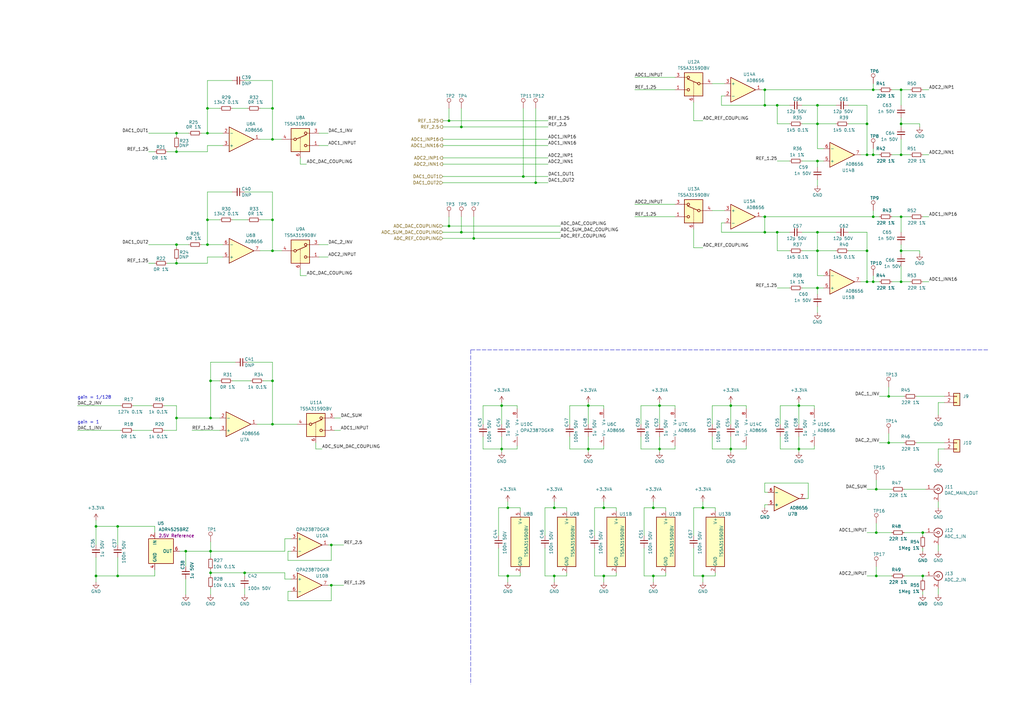
<source format=kicad_sch>
(kicad_sch (version 20211123) (generator eeschema)
  (paper "A3")
  (junction (at 184.15 92.71))
  (junction (at 85.09 54.61))
  (junction (at 358.14 36.83))
  (junction (at 267.97 208.28))
  (junction (at 72.39 100.33))
  (junction (at 313.69 36.83))
  (junction (at 355.6 102.87))
  (junction (at 247.65 208.28))
  (junction (at 85.09 44.45))
  (junction (at 288.29 208.28))
  (junction (at 335.28 95.25))
  (junction (at 72.39 171.45))
  (junction (at 355.6 115.57))
  (junction (at 313.69 43.18))
  (junction (at 267.97 236.22))
  (junction (at 76.2 226.06))
  (junction (at 189.23 95.25))
  (junction (at 208.28 208.28))
  (junction (at 48.26 215.9))
  (junction (at 219.71 74.93))
  (junction (at 111.76 102.87))
  (junction (at 358.14 115.57))
  (junction (at 299.72 184.15))
  (junction (at 369.57 63.5))
  (junction (at 327.66 184.15))
  (junction (at 72.39 107.95))
  (junction (at 227.33 236.22))
  (junction (at 335.28 50.8))
  (junction (at 288.29 236.22))
  (junction (at 86.36 156.21))
  (junction (at 355.6 63.5))
  (junction (at 327.66 166.37))
  (junction (at 359.41 218.44))
  (junction (at 364.49 181.61))
  (junction (at 111.76 57.15))
  (junction (at 227.33 208.28))
  (junction (at 355.6 50.8))
  (junction (at 205.74 184.15))
  (junction (at 369.57 88.9))
  (junction (at 318.77 43.18))
  (junction (at 369.57 50.8))
  (junction (at 313.69 95.25))
  (junction (at 72.39 54.61))
  (junction (at 270.51 184.15))
  (junction (at 369.57 115.57))
  (junction (at 318.77 95.25))
  (junction (at 241.3 166.37))
  (junction (at 111.76 90.17))
  (junction (at 335.28 102.87))
  (junction (at 369.57 36.83))
  (junction (at 100.33 234.95))
  (junction (at 378.46 218.44))
  (junction (at 299.72 166.37))
  (junction (at 241.3 184.15))
  (junction (at 378.46 236.22))
  (junction (at 369.57 102.87))
  (junction (at 335.28 43.18))
  (junction (at 111.76 173.99))
  (junction (at 39.37 236.22))
  (junction (at 270.51 166.37))
  (junction (at 72.39 62.23))
  (junction (at 364.49 162.56))
  (junction (at 48.26 236.22))
  (junction (at 358.14 63.5))
  (junction (at 359.41 236.22))
  (junction (at 111.76 156.21))
  (junction (at 85.09 100.33))
  (junction (at 194.31 97.79))
  (junction (at 189.23 52.07))
  (junction (at 111.76 44.45))
  (junction (at 205.74 166.37))
  (junction (at 39.37 215.9))
  (junction (at 335.28 118.11))
  (junction (at 135.89 240.03))
  (junction (at 247.65 236.22))
  (junction (at 86.36 226.06))
  (junction (at 313.69 88.9))
  (junction (at 135.89 223.52))
  (junction (at 208.28 236.22))
  (junction (at 85.09 90.17))
  (junction (at 184.15 49.53))
  (junction (at 358.14 88.9))
  (junction (at 86.36 171.45))
  (junction (at 214.63 72.39))
  (junction (at 359.41 200.66))
  (junction (at 86.36 234.95))
  (junction (at 335.28 66.04))
  (wire (pts (xy 355.6 115.57) (xy 358.14 115.57)))
  (wire (pts (xy 284.48 101.6) (xy 288.29 101.6)))
  (wire (pts (xy 100.33 78.74) (xy 111.76 78.74)))
  (wire (pts (xy 129.54 181.61) (xy 129.54 184.15)))
  (wire (pts (xy 327.66 166.37) (xy 327.66 173.99)))
  (wire (pts (xy 313.69 88.9) (xy 358.14 88.9)))
  (wire (pts (xy 365.76 115.57) (xy 369.57 115.57)))
  (wire (pts (xy 292.1 184.15) (xy 299.72 184.15)))
  (wire (pts (xy 212.09 184.15) (xy 212.09 182.88)))
  (wire (pts (xy 313.69 208.28) (xy 313.69 207.01)))
  (wire (pts (xy 347.98 43.18) (xy 355.6 43.18)))
  (wire (pts (xy 95.25 156.21) (xy 102.87 156.21)))
  (wire (pts (xy 243.84 224.79) (xy 243.84 236.22)))
  (wire (pts (xy 369.57 57.15) (xy 369.57 63.5)))
  (wire (pts (xy 241.3 165.1) (xy 241.3 166.37)))
  (wire (pts (xy 82.55 54.61) (xy 85.09 54.61)))
  (wire (pts (xy 232.41 236.22) (xy 232.41 234.95)))
  (wire (pts (xy 359.41 196.85) (xy 359.41 200.66)))
  (wire (pts (xy 292.1 173.99) (xy 292.1 166.37)))
  (wire (pts (xy 39.37 238.76) (xy 39.37 236.22)))
  (wire (pts (xy 67.31 166.37) (xy 72.39 166.37)))
  (wire (pts (xy 313.69 36.83) (xy 312.42 36.83)))
  (wire (pts (xy 355.6 63.5) (xy 353.06 63.5)))
  (wire (pts (xy 369.57 115.57) (xy 373.38 115.57)))
  (wire (pts (xy 111.76 173.99) (xy 121.92 173.99)))
  (wire (pts (xy 313.69 198.12) (xy 313.69 201.93)))
  (wire (pts (xy 214.63 72.39) (xy 181.61 72.39)))
  (wire (pts (xy 276.86 166.37) (xy 276.86 167.64)))
  (wire (pts (xy 384.81 165.1) (xy 387.35 165.1)))
  (wire (pts (xy 243.84 208.28) (xy 247.65 208.28)))
  (wire (pts (xy 262.89 173.99) (xy 262.89 166.37)))
  (wire (pts (xy 262.89 184.15) (xy 270.51 184.15)))
  (wire (pts (xy 123.19 113.03) (xy 123.19 110.49)))
  (wire (pts (xy 208.28 205.74) (xy 208.28 208.28)))
  (wire (pts (xy 270.51 166.37) (xy 270.51 173.99)))
  (wire (pts (xy 85.09 59.69) (xy 91.44 59.69)))
  (wire (pts (xy 292.1 166.37) (xy 299.72 166.37)))
  (wire (pts (xy 384.81 184.15) (xy 384.81 189.23)))
  (wire (pts (xy 181.61 49.53) (xy 184.15 49.53)))
  (wire (pts (xy 375.92 162.56) (xy 387.35 162.56)))
  (wire (pts (xy 369.57 48.26) (xy 369.57 50.8)))
  (wire (pts (xy 184.15 92.71) (xy 229.87 92.71)))
  (wire (pts (xy 369.57 100.33) (xy 369.57 102.87)))
  (wire (pts (xy 288.29 208.28) (xy 293.37 208.28)))
  (wire (pts (xy 119.38 226.06) (xy 118.11 226.06)))
  (wire (pts (xy 107.95 156.21) (xy 111.76 156.21)))
  (wire (pts (xy 86.36 233.68) (xy 86.36 234.95)))
  (wire (pts (xy 86.36 234.95) (xy 86.36 236.22)))
  (wire (pts (xy 334.01 166.37) (xy 334.01 167.64)))
  (wire (pts (xy 68.58 107.95) (xy 72.39 107.95)))
  (wire (pts (xy 95.25 90.17) (xy 101.6 90.17)))
  (wire (pts (xy 223.52 208.28) (xy 227.33 208.28)))
  (wire (pts (xy 330.2 204.47) (xy 331.47 204.47)))
  (wire (pts (xy 327.66 165.1) (xy 327.66 166.37)))
  (wire (pts (xy 270.51 165.1) (xy 270.51 166.37)))
  (wire (pts (xy 111.76 148.59) (xy 111.76 156.21)))
  (wire (pts (xy 299.72 179.07) (xy 299.72 184.15)))
  (wire (pts (xy 247.65 184.15) (xy 247.65 182.88)))
  (wire (pts (xy 227.33 236.22) (xy 232.41 236.22)))
  (wire (pts (xy 335.28 118.11) (xy 337.82 118.11)))
  (wire (pts (xy 205.74 166.37) (xy 212.09 166.37)))
  (wire (pts (xy 377.19 52.07) (xy 377.19 50.8)))
  (wire (pts (xy 208.28 236.22) (xy 213.36 236.22)))
  (wire (pts (xy 76.2 226.06) (xy 86.36 226.06)))
  (wire (pts (xy 369.57 50.8) (xy 369.57 52.07)))
  (wire (pts (xy 335.28 102.87) (xy 335.28 95.25)))
  (wire (pts (xy 360.68 162.56) (xy 364.49 162.56)))
  (wire (pts (xy 60.96 54.61) (xy 72.39 54.61)))
  (wire (pts (xy 331.47 204.47) (xy 331.47 198.12)))
  (wire (pts (xy 233.68 184.15) (xy 241.3 184.15)))
  (wire (pts (xy 184.15 44.45) (xy 184.15 49.53)))
  (wire (pts (xy 31.75 166.37) (xy 49.53 166.37)))
  (wire (pts (xy 369.57 102.87) (xy 369.57 104.14)))
  (wire (pts (xy 267.97 205.74) (xy 267.97 208.28)))
  (wire (pts (xy 347.98 50.8) (xy 355.6 50.8)))
  (wire (pts (xy 284.48 49.53) (xy 288.29 49.53)))
  (wire (pts (xy 284.48 224.79) (xy 284.48 236.22)))
  (wire (pts (xy 284.48 236.22) (xy 288.29 236.22)))
  (wire (pts (xy 205.74 166.37) (xy 205.74 173.99)))
  (wire (pts (xy 100.33 234.95) (xy 116.84 234.95)))
  (wire (pts (xy 60.96 62.23) (xy 63.5 62.23)))
  (wire (pts (xy 86.36 148.59) (xy 86.36 156.21)))
  (wire (pts (xy 219.71 44.45) (xy 219.71 74.93)))
  (wire (pts (xy 323.85 50.8) (xy 318.77 50.8)))
  (wire (pts (xy 359.41 200.66) (xy 365.76 200.66)))
  (wire (pts (xy 82.55 100.33) (xy 85.09 100.33)))
  (wire (pts (xy 313.69 43.18) (xy 313.69 36.83)))
  (wire (pts (xy 198.12 173.99) (xy 198.12 166.37)))
  (wire (pts (xy 100.33 241.3) (xy 100.33 243.84)))
  (wire (pts (xy 86.36 171.45) (xy 90.17 171.45)))
  (wire (pts (xy 233.68 179.07) (xy 233.68 184.15)))
  (wire (pts (xy 85.09 105.41) (xy 91.44 105.41)))
  (wire (pts (xy 377.19 102.87) (xy 369.57 102.87)))
  (wire (pts (xy 205.74 165.1) (xy 205.74 166.37)))
  (wire (pts (xy 295.91 43.18) (xy 313.69 43.18)))
  (wire (pts (xy 299.72 184.15) (xy 299.72 185.42)))
  (wire (pts (xy 189.23 44.45) (xy 189.23 52.07)))
  (wire (pts (xy 378.46 218.44) (xy 379.73 218.44)))
  (wire (pts (xy 100.33 236.22) (xy 100.33 234.95)))
  (wire (pts (xy 284.48 208.28) (xy 288.29 208.28)))
  (wire (pts (xy 370.84 218.44) (xy 378.46 218.44)))
  (wire (pts (xy 335.28 73.66) (xy 335.28 76.2)))
  (wire (pts (xy 297.18 91.44) (xy 295.91 91.44)))
  (wire (pts (xy 60.96 100.33) (xy 72.39 100.33)))
  (wire (pts (xy 306.07 184.15) (xy 306.07 182.88)))
  (wire (pts (xy 134.62 240.03) (xy 135.89 240.03)))
  (wire (pts (xy 335.28 50.8) (xy 335.28 60.96)))
  (wire (pts (xy 223.52 224.79) (xy 223.52 236.22)))
  (wire (pts (xy 135.89 229.87) (xy 135.89 223.52)))
  (wire (pts (xy 378.46 218.44) (xy 378.46 219.71)))
  (wire (pts (xy 260.35 31.75) (xy 276.86 31.75)))
  (wire (pts (xy 328.93 118.11) (xy 335.28 118.11)))
  (wire (pts (xy 260.35 83.82) (xy 276.86 83.82)))
  (wire (pts (xy 327.66 184.15) (xy 327.66 185.42)))
  (wire (pts (xy 335.28 50.8) (xy 335.28 43.18)))
  (wire (pts (xy 184.15 49.53) (xy 224.79 49.53)))
  (wire (pts (xy 181.61 95.25) (xy 189.23 95.25)))
  (wire (pts (xy 86.36 241.3) (xy 86.36 243.84)))
  (wire (pts (xy 384.81 205.74) (xy 384.81 208.28)))
  (wire (pts (xy 335.28 50.8) (xy 342.9 50.8)))
  (wire (pts (xy 247.65 166.37) (xy 247.65 167.64)))
  (wire (pts (xy 181.61 59.69) (xy 224.79 59.69)))
  (wire (pts (xy 95.25 33.02) (xy 85.09 33.02)))
  (wire (pts (xy 299.72 165.1) (xy 299.72 166.37)))
  (wire (pts (xy 320.04 166.37) (xy 327.66 166.37)))
  (wire (pts (xy 358.14 36.83) (xy 360.68 36.83)))
  (wire (pts (xy 125.73 113.03) (xy 123.19 113.03)))
  (wire (pts (xy 370.84 200.66) (xy 379.73 200.66)))
  (wire (pts (xy 111.76 102.87) (xy 115.57 102.87)))
  (wire (pts (xy 318.77 102.87) (xy 318.77 95.25)))
  (wire (pts (xy 320.04 184.15) (xy 327.66 184.15)))
  (wire (pts (xy 293.37 208.28) (xy 293.37 209.55)))
  (wire (pts (xy 270.51 184.15) (xy 276.86 184.15)))
  (wire (pts (xy 116.84 234.95) (xy 116.84 237.49)))
  (wire (pts (xy 262.89 166.37) (xy 270.51 166.37)))
  (wire (pts (xy 85.09 33.02) (xy 85.09 44.45)))
  (wire (pts (xy 358.14 113.03) (xy 358.14 115.57)))
  (wire (pts (xy 72.39 54.61) (xy 72.39 55.88)))
  (wire (pts (xy 369.57 88.9) (xy 369.57 95.25)))
  (wire (pts (xy 334.01 184.15) (xy 334.01 182.88)))
  (wire (pts (xy 111.76 78.74) (xy 111.76 90.17)))
  (wire (pts (xy 313.69 43.18) (xy 318.77 43.18)))
  (wire (pts (xy 328.93 50.8) (xy 335.28 50.8)))
  (wire (pts (xy 181.61 92.71) (xy 184.15 92.71)))
  (wire (pts (xy 364.49 162.56) (xy 370.84 162.56)))
  (wire (pts (xy 39.37 213.36) (xy 39.37 215.9)))
  (wire (pts (xy 313.69 201.93) (xy 314.96 201.93)))
  (wire (pts (xy 369.57 63.5) (xy 373.38 63.5)))
  (wire (pts (xy 364.49 158.75) (xy 364.49 162.56)))
  (wire (pts (xy 135.89 223.52) (xy 134.62 223.52)))
  (wire (pts (xy 355.6 200.66) (xy 359.41 200.66)))
  (wire (pts (xy 194.31 97.79) (xy 229.87 97.79)))
  (wire (pts (xy 111.76 57.15) (xy 111.76 44.45)))
  (wire (pts (xy 198.12 166.37) (xy 205.74 166.37)))
  (wire (pts (xy 213.36 236.22) (xy 213.36 234.95)))
  (wire (pts (xy 335.28 102.87) (xy 335.28 113.03)))
  (wire (pts (xy 106.68 102.87) (xy 111.76 102.87)))
  (wire (pts (xy 129.54 184.15) (xy 132.08 184.15)))
  (wire (pts (xy 335.28 125.73) (xy 335.28 128.27)))
  (wire (pts (xy 284.48 219.71) (xy 284.48 208.28)))
  (wire (pts (xy 224.79 72.39) (xy 214.63 72.39)))
  (wire (pts (xy 212.09 166.37) (xy 212.09 167.64)))
  (wire (pts (xy 331.47 198.12) (xy 313.69 198.12)))
  (wire (pts (xy 247.65 236.22) (xy 252.73 236.22)))
  (wire (pts (xy 288.29 205.74) (xy 288.29 208.28)))
  (wire (pts (xy 364.49 181.61) (xy 370.84 181.61)))
  (wire (pts (xy 72.39 60.96) (xy 72.39 62.23)))
  (wire (pts (xy 313.69 88.9) (xy 312.42 88.9)))
  (wire (pts (xy 116.84 226.06) (xy 116.84 220.98)))
  (wire (pts (xy 72.39 62.23) (xy 85.09 62.23)))
  (polyline (pts (xy 405.13 143.51) (xy 193.04 143.51)))
  (wire (pts (xy 252.73 236.22) (xy 252.73 234.95)))
  (wire (pts (xy 31.75 176.53) (xy 49.53 176.53)))
  (wire (pts (xy 54.61 176.53) (xy 62.23 176.53)))
  (wire (pts (xy 365.76 36.83) (xy 369.57 36.83)))
  (wire (pts (xy 264.16 224.79) (xy 264.16 236.22)))
  (wire (pts (xy 270.51 184.15) (xy 270.51 185.42)))
  (wire (pts (xy 358.14 88.9) (xy 360.68 88.9)))
  (wire (pts (xy 378.46 224.79) (xy 378.46 226.06)))
  (wire (pts (xy 288.29 236.22) (xy 288.29 238.76)))
  (wire (pts (xy 355.6 236.22) (xy 359.41 236.22)))
  (wire (pts (xy 72.39 166.37) (xy 72.39 171.45)))
  (wire (pts (xy 306.07 166.37) (xy 306.07 167.64)))
  (wire (pts (xy 335.28 102.87) (xy 342.9 102.87)))
  (wire (pts (xy 267.97 208.28) (xy 273.05 208.28)))
  (wire (pts (xy 327.66 166.37) (xy 334.01 166.37)))
  (wire (pts (xy 318.77 43.18) (xy 323.85 43.18)))
  (wire (pts (xy 378.46 115.57) (xy 381 115.57)))
  (wire (pts (xy 227.33 205.74) (xy 227.33 208.28)))
  (wire (pts (xy 60.96 107.95) (xy 63.5 107.95)))
  (wire (pts (xy 320.04 179.07) (xy 320.04 184.15)))
  (wire (pts (xy 130.81 105.41) (xy 134.62 105.41)))
  (wire (pts (xy 355.6 63.5) (xy 358.14 63.5)))
  (wire (pts (xy 130.81 54.61) (xy 134.62 54.61)))
  (wire (pts (xy 318.77 118.11) (xy 323.85 118.11)))
  (wire (pts (xy 292.1 34.29) (xy 297.18 34.29)))
  (wire (pts (xy 214.63 44.45) (xy 214.63 72.39)))
  (wire (pts (xy 243.84 236.22) (xy 247.65 236.22)))
  (wire (pts (xy 358.14 34.29) (xy 358.14 36.83)))
  (wire (pts (xy 384.81 223.52) (xy 384.81 226.06)))
  (wire (pts (xy 100.33 234.95) (xy 86.36 234.95)))
  (wire (pts (xy 118.11 246.38) (xy 135.89 246.38)))
  (wire (pts (xy 384.81 241.3) (xy 384.81 243.84)))
  (wire (pts (xy 181.61 57.15) (xy 224.79 57.15)))
  (wire (pts (xy 111.76 156.21) (xy 111.76 173.99)))
  (wire (pts (xy 335.28 118.11) (xy 335.28 120.65)))
  (wire (pts (xy 198.12 184.15) (xy 205.74 184.15)))
  (wire (pts (xy 359.41 232.41) (xy 359.41 236.22)))
  (wire (pts (xy 364.49 177.8) (xy 364.49 181.61)))
  (wire (pts (xy 328.93 66.04) (xy 335.28 66.04)))
  (wire (pts (xy 90.17 90.17) (xy 85.09 90.17)))
  (wire (pts (xy 123.19 64.77) (xy 123.19 67.31)))
  (wire (pts (xy 378.46 88.9) (xy 381 88.9)))
  (wire (pts (xy 369.57 36.83) (xy 369.57 43.18)))
  (wire (pts (xy 377.19 50.8) (xy 369.57 50.8)))
  (wire (pts (xy 67.31 176.53) (xy 72.39 176.53)))
  (wire (pts (xy 189.23 95.25) (xy 229.87 95.25)))
  (wire (pts (xy 327.66 179.07) (xy 327.66 184.15)))
  (wire (pts (xy 318.77 95.25) (xy 323.85 95.25)))
  (wire (pts (xy 370.84 236.22) (xy 378.46 236.22)))
  (wire (pts (xy 130.81 100.33) (xy 134.62 100.33)))
  (wire (pts (xy 264.16 219.71) (xy 264.16 208.28)))
  (wire (pts (xy 118.11 226.06) (xy 118.11 229.87)))
  (wire (pts (xy 213.36 208.28) (xy 213.36 209.55)))
  (wire (pts (xy 105.41 173.99) (xy 111.76 173.99)))
  (wire (pts (xy 135.89 223.52) (xy 140.97 223.52)))
  (wire (pts (xy 96.52 148.59) (xy 86.36 148.59)))
  (wire (pts (xy 241.3 166.37) (xy 247.65 166.37)))
  (wire (pts (xy 63.5 215.9) (xy 63.5 218.44)))
  (wire (pts (xy 86.36 226.06) (xy 86.36 228.6)))
  (wire (pts (xy 224.79 74.93) (xy 219.71 74.93)))
  (wire (pts (xy 204.47 236.22) (xy 208.28 236.22)))
  (wire (pts (xy 355.6 43.18) (xy 355.6 50.8)))
  (wire (pts (xy 328.93 95.25) (xy 335.28 95.25)))
  (wire (pts (xy 241.3 166.37) (xy 241.3 173.99)))
  (wire (pts (xy 241.3 179.07) (xy 241.3 184.15)))
  (wire (pts (xy 347.98 102.87) (xy 355.6 102.87)))
  (wire (pts (xy 111.76 90.17) (xy 106.68 90.17)))
  (wire (pts (xy 241.3 184.15) (xy 247.65 184.15)))
  (wire (pts (xy 273.05 208.28) (xy 273.05 209.55)))
  (wire (pts (xy 267.97 236.22) (xy 273.05 236.22)))
  (wire (pts (xy 135.89 240.03) (xy 140.97 240.03)))
  (wire (pts (xy 233.68 173.99) (xy 233.68 166.37)))
  (wire (pts (xy 205.74 184.15) (xy 205.74 185.42)))
  (wire (pts (xy 299.72 184.15) (xy 306.07 184.15)))
  (wire (pts (xy 243.84 219.71) (xy 243.84 208.28)))
  (wire (pts (xy 130.81 59.69) (xy 134.62 59.69)))
  (wire (pts (xy 135.89 246.38) (xy 135.89 240.03)))
  (wire (pts (xy 252.73 208.28) (xy 252.73 209.55)))
  (wire (pts (xy 198.12 179.07) (xy 198.12 184.15)))
  (wire (pts (xy 355.6 218.44) (xy 359.41 218.44)))
  (wire (pts (xy 39.37 236.22) (xy 48.26 236.22)))
  (wire (pts (xy 54.61 166.37) (xy 62.23 166.37)))
  (wire (pts (xy 73.66 226.06) (xy 76.2 226.06)))
  (wire (pts (xy 264.16 208.28) (xy 267.97 208.28)))
  (wire (pts (xy 48.26 215.9) (xy 63.5 215.9)))
  (wire (pts (xy 358.14 115.57) (xy 360.68 115.57)))
  (wire (pts (xy 39.37 215.9) (xy 48.26 215.9)))
  (wire (pts (xy 241.3 184.15) (xy 241.3 185.42)))
  (wire (pts (xy 219.71 74.93) (xy 181.61 74.93)))
  (wire (pts (xy 137.16 171.45) (xy 139.7 171.45)))
  (wire (pts (xy 204.47 219.71) (xy 204.47 208.28)))
  (wire (pts (xy 359.41 218.44) (xy 365.76 218.44)))
  (wire (pts (xy 119.38 242.57) (xy 118.11 242.57)))
  (wire (pts (xy 358.14 86.36) (xy 358.14 88.9)))
  (wire (pts (xy 358.14 63.5) (xy 360.68 63.5)))
  (wire (pts (xy 292.1 179.07) (xy 292.1 184.15)))
  (wire (pts (xy 369.57 88.9) (xy 373.38 88.9)))
  (wire (pts (xy 223.52 236.22) (xy 227.33 236.22)))
  (wire (pts (xy 233.68 166.37) (xy 241.3 166.37)))
  (wire (pts (xy 72.39 171.45) (xy 72.39 176.53)))
  (wire (pts (xy 111.76 57.15) (xy 115.57 57.15)))
  (wire (pts (xy 85.09 54.61) (xy 91.44 54.61)))
  (wire (pts (xy 48.26 215.9) (xy 48.26 223.52)))
  (wire (pts (xy 365.76 88.9) (xy 369.57 88.9)))
  (wire (pts (xy 106.68 57.15) (xy 111.76 57.15)))
  (wire (pts (xy 369.57 36.83) (xy 373.38 36.83)))
  (wire (pts (xy 378.46 236.22) (xy 379.73 236.22)))
  (wire (pts (xy 100.33 33.02) (xy 111.76 33.02)))
  (wire (pts (xy 227.33 208.28) (xy 232.41 208.28)))
  (wire (pts (xy 365.76 63.5) (xy 369.57 63.5)))
  (wire (pts (xy 181.61 52.07) (xy 189.23 52.07)))
  (wire (pts (xy 284.48 93.98) (xy 284.48 101.6)))
  (wire (pts (xy 95.25 78.74) (xy 85.09 78.74)))
  (wire (pts (xy 205.74 179.07) (xy 205.74 184.15)))
  (wire (pts (xy 335.28 95.25) (xy 342.9 95.25)))
  (wire (pts (xy 335.28 66.04) (xy 337.82 66.04)))
  (wire (pts (xy 328.93 43.18) (xy 335.28 43.18)))
  (wire (pts (xy 288.29 236.22) (xy 293.37 236.22)))
  (wire (pts (xy 90.17 156.21) (xy 86.36 156.21)))
  (wire (pts (xy 123.19 67.31) (xy 125.73 67.31)))
  (wire (pts (xy 68.58 62.23) (xy 72.39 62.23)))
  (wire (pts (xy 111.76 33.02) (xy 111.76 44.45)))
  (wire (pts (xy 85.09 100.33) (xy 91.44 100.33)))
  (wire (pts (xy 313.69 95.25) (xy 313.69 88.9)))
  (wire (pts (xy 355.6 50.8) (xy 355.6 63.5)))
  (wire (pts (xy 292.1 86.36) (xy 297.18 86.36)))
  (wire (pts (xy 355.6 102.87) (xy 355.6 115.57)))
  (wire (pts (xy 335.28 60.96) (xy 337.82 60.96)))
  (wire (pts (xy 116.84 237.49) (xy 119.38 237.49)))
  (wire (pts (xy 313.69 36.83) (xy 358.14 36.83)))
  (polyline (pts (xy 193.04 143.51) (xy 193.04 280.67)))
  (wire (pts (xy 369.57 109.22) (xy 369.57 115.57)))
  (wire (pts (xy 181.61 67.31) (xy 224.79 67.31)))
  (wire (pts (xy 378.46 236.22) (xy 378.46 237.49)))
  (wire (pts (xy 270.51 179.07) (xy 270.51 184.15)))
  (wire (pts (xy 85.09 107.95) (xy 85.09 105.41)))
  (wire (pts (xy 318.77 66.04) (xy 323.85 66.04)))
  (wire (pts (xy 205.74 184.15) (xy 212.09 184.15)))
  (wire (pts (xy 273.05 236.22) (xy 273.05 234.95)))
  (wire (pts (xy 359.41 236.22) (xy 365.76 236.22)))
  (wire (pts (xy 313.69 207.01) (xy 314.96 207.01)))
  (wire (pts (xy 295.91 39.37) (xy 295.91 43.18)))
  (wire (pts (xy 118.11 229.87) (xy 135.89 229.87)))
  (wire (pts (xy 189.23 52.07) (xy 224.79 52.07)))
  (wire (pts (xy 101.6 148.59) (xy 111.76 148.59)))
  (wire (pts (xy 378.46 63.5) (xy 381 63.5)))
  (wire (pts (xy 72.39 100.33) (xy 77.47 100.33)))
  (wire (pts (xy 63.5 236.22) (xy 63.5 233.68)))
  (wire (pts (xy 262.89 179.07) (xy 262.89 184.15)))
  (wire (pts (xy 359.41 214.63) (xy 359.41 218.44)))
  (wire (pts (xy 360.68 181.61) (xy 364.49 181.61)))
  (wire (pts (xy 293.37 236.22) (xy 293.37 234.95)))
  (wire (pts (xy 299.72 166.37) (xy 306.07 166.37)))
  (wire (pts (xy 267.97 236.22) (xy 267.97 238.76)))
  (wire (pts (xy 247.65 208.28) (xy 252.73 208.28)))
  (wire (pts (xy 116.84 220.98) (xy 119.38 220.98)))
  (wire (pts (xy 181.61 97.79) (xy 194.31 97.79)))
  (wire (pts (xy 76.2 226.06) (xy 76.2 232.41)))
  (wire (pts (xy 86.36 226.06) (xy 116.84 226.06)))
  (wire (pts (xy 276.86 184.15) (xy 276.86 182.88)))
  (wire (pts (xy 323.85 102.87) (xy 318.77 102.87)))
  (wire (pts (xy 48.26 228.6) (xy 48.26 236.22)))
  (wire (pts (xy 384.81 184.15) (xy 387.35 184.15)))
  (wire (pts (xy 355.6 95.25) (xy 355.6 102.87)))
  (wire (pts (xy 72.39 106.68) (xy 72.39 107.95)))
  (wire (pts (xy 227.33 236.22) (xy 227.33 238.76)))
  (wire (pts (xy 72.39 171.45) (xy 86.36 171.45)))
  (wire (pts (xy 208.28 236.22) (xy 208.28 238.76)))
  (wire (pts (xy 86.36 222.25) (xy 86.36 226.06)))
  (wire (pts (xy 375.92 181.61) (xy 387.35 181.61)))
  (wire (pts (xy 48.26 236.22) (xy 63.5 236.22)))
  (wire (pts (xy 184.15 88.9) (xy 184.15 92.71)))
  (wire (pts (xy 86.36 156.21) (xy 86.36 171.45)))
  (wire (pts (xy 297.18 39.37) (xy 295.91 39.37)))
  (wire (pts (xy 204.47 224.79) (xy 204.47 236.22)))
  (wire (pts (xy 355.6 115.57) (xy 353.06 115.57)))
  (wire (pts (xy 347.98 95.25) (xy 355.6 95.25)))
  (wire (pts (xy 194.31 88.9) (xy 194.31 97.79)))
  (wire (pts (xy 377.19 104.14) (xy 377.19 102.87)))
  (wire (pts (xy 204.47 208.28) (xy 208.28 208.28)))
  (wire (pts (xy 85.09 44.45) (xy 85.09 54.61)))
  (wire (pts (xy 335.28 43.18) (xy 342.9 43.18)))
  (wire (pts (xy 284.48 41.91) (xy 284.48 49.53)))
  (wire (pts (xy 335.28 113.03) (xy 337.82 113.03)))
  (wire (pts (xy 384.81 165.1) (xy 384.81 170.18)))
  (wire (pts (xy 78.74 176.53) (xy 90.17 176.53)))
  (wire (pts (xy 320.04 173.99) (xy 320.04 166.37)))
  (wire (pts (xy 76.2 237.49) (xy 76.2 243.84)))
  (wire (pts (xy 118.11 242.57) (xy 118.11 246.38)))
  (wire (pts (xy 335.28 66.04) (xy 335.28 68.58)))
  (wire (pts (xy 111.76 44.45) (xy 106.68 44.45)))
  (wire (pts (xy 247.65 205.74) (xy 247.65 208.28)))
  (wire (pts (xy 39.37 215.9) (xy 39.37 223.52)))
  (wire (pts (xy 264.16 236.22) (xy 267.97 236.22)))
  (wire (pts (xy 232.41 208.28) (xy 232.41 209.55)))
  (wire (pts (xy 85.09 78.74) (xy 85.09 90.17)))
  (wire (pts (xy 318.77 50.8) (xy 318.77 43.18)))
  (wire (pts (xy 39.37 228.6) (xy 39.37 236.22)))
  (wire (pts (xy 247.65 236.22) (xy 247.65 238.76)))
  (wire (pts (xy 295.91 95.25) (xy 313.69 95.25)))
  (wire (pts (xy 378.46 36.83) (xy 381 36.83)))
  (wire (pts (xy 358.14 60.96) (xy 358.14 63.5)))
  (wire (pts (xy 295.91 91.44) (xy 295.91 95.25)))
  (wire (pts (xy 223.52 219.71) (xy 223.52 208.28)))
  (wire (pts (xy 72.39 100.33) (xy 72.39 101.6)))
  (wire (pts (xy 181.61 64.77) (xy 224.79 64.77)))
  (wire (pts (xy 260.35 88.9) (xy 276.86 88.9)))
  (wire (pts (xy 111.76 102.87) (xy 111.76 90.17)))
  (wire (pts (xy 72.39 107.95) (xy 85.09 107.95)))
  (wire (pts (xy 189.23 88.9) (xy 189.23 95.25)))
  (wire (pts (xy 72.39 54.61) (xy 77.47 54.61)))
  (wire (pts (xy 327.66 184.15) (xy 334.01 184.15)))
  (wire (pts (xy 299.72 166.37) (xy 299.72 173.99)))
  (wire (pts (xy 95.25 44.45) (xy 101.6 44.45)))
  (wire (pts (xy 313.69 95.25) (xy 318.77 95.25)))
  (wire (pts (xy 90.17 44.45) (xy 85.09 44.45)))
  (wire (pts (xy 85.09 62.23) (xy 85.09 59.69)))
  (wire (pts (xy 85.09 90.17) (xy 85.09 100.33)))
  (wire (pts (xy 260.35 36.83) (xy 276.86 36.83)))
  (wire (pts (xy 208.28 208.28) (xy 213.36 208.28)))
  (wire (pts (xy 270.51 166.37) (xy 276.86 166.37)))
  (wire (pts (xy 328.93 102.87) (xy 335.28 102.87)))
  (wire (pts (xy 137.16 176.53) (xy 139.7 176.53)))
  (wire (pts (xy 378.46 242.57) (xy 378.46 243.84)))
  (text "gain = 1" (at 31.75 173.99 0) (effects (font (size 1.27 1.27)) (justify left bottom)))
  (text "gain = 1/128" (at 31.75 163.83 0) (effects (font (size 1.27 1.27)) (justify left bottom)))
  (label "DAC_2_INV" (at 360.68 181.61 180))
  (label "ADC2_INN1" (at 381 63.5 0))
  (label "ADC1_INPUT" (at 355.6 218.44 180))
  (label "ADC1_INPUT" (at 134.62 59.69 0))
  (label "ADC_REF_COUPLING" (at 229.87 97.79 0))
  (label "ADC_DAC_COUPLING" (at 125.73 113.03 0))
  (label "ADC1_INP16" (at 381 88.9 0))
  (label "REF_1.25" (at 140.97 240.03 0))
  (label "DAC_2_INV" (at 31.75 166.37 0))
  (label "DAC1_OUT1" (at 224.79 72.39 0))
  (label "REF_2.5" (at 224.79 52.07 0))
  (label "ADC_DAC_COUPLING" (at 125.73 67.31 0))
  (label "ADC1_INN16" (at 224.79 59.69 0))
  (label "DAC_2_INV" (at 134.62 100.33 0))
  (label "DAC1_OUT2" (at 224.79 74.93 0))
  (label "DAC_1_INV" (at 31.75 176.53 0))
  (label "ADC1_INP16" (at 224.79 57.15 0))
  (label "ADC1_INPUT" (at 260.35 31.75 0))
  (label "ADC2_INPUT" (at 355.6 236.22 180))
  (label "ADC_REF_COUPLING" (at 288.29 49.53 0))
  (label "ADC_SUM_DAC_COUPLING" (at 132.08 184.15 0))
  (label "ADC1_INPUT" (at 139.7 176.53 0))
  (label "REF_1.25" (at 78.74 176.53 0))
  (label "DAC_SUM" (at 355.6 200.66 180))
  (label "ADC2_INP1" (at 381 36.83 0))
  (label "DAC1_OUT1" (at 60.96 54.61 180))
  (label "DAC_1_INV" (at 360.68 162.56 180))
  (label "ADC_REF_COUPLING" (at 288.29 101.6 0))
  (label "ADC2_INPUT" (at 260.35 83.82 0))
  (label "REF_1.25" (at 260.35 88.9 0))
  (label "ADC2_INPUT" (at 134.62 105.41 0))
  (label "REF_1.25" (at 60.96 62.23 180))
  (label "ADC1_INN16" (at 381 115.57 0))
  (label "REF_2.5" (at 140.97 223.52 0))
  (label "ADC_DAC_COUPLING" (at 229.87 92.71 0))
  (label "DAC_1_INV" (at 134.62 54.61 0))
  (label "REF_1.25" (at 318.77 118.11 180))
  (label "REF_1.25" (at 260.35 36.83 0))
  (label "REF_1.25" (at 318.77 66.04 180))
  (label "DAC1_OUT2" (at 60.96 100.33 180))
  (label "REF_1.25" (at 60.96 107.95 180))
  (label "ADC2_INP1" (at 224.79 64.77 0))
  (label "ADC_SUM_DAC_COUPLING" (at 229.87 95.25 0))
  (label "REF_1.25" (at 224.79 49.53 0))
  (label "ADC2_INN1" (at 224.79 67.31 0))
  (label "DAC_SUM" (at 139.7 171.45 0))
  (hierarchical_label "ADC1_INP16" (shape output) (at 181.61 57.15 180))
  (hierarchical_label "ADC1_INN16" (shape output) (at 181.61 59.69 180))
  (hierarchical_label "DAC1_OUT1" (shape input) (at 181.61 72.39 180))
  (hierarchical_label "ADC_REF_COUPLING" (shape input) (at 181.61 97.79 180))
  (hierarchical_label "ADC_DAC_COUPLING" (shape input) (at 181.61 92.71 180))
  (hierarchical_label "REF_1.25" (shape output) (at 181.61 49.53 180))
  (hierarchical_label "ADC_SUM_DAC_COUPLING" (shape input) (at 181.61 95.25 180))
  (hierarchical_label "REF_2.5" (shape output) (at 181.61 52.07 180))
  (hierarchical_label "DAC1_OUT2" (shape input) (at 181.61 74.93 180))
  (hierarchical_label "ADC2_INP1" (shape output) (at 181.61 64.77 180))
  (hierarchical_label "ADC2_INN1" (shape output) (at 181.61 67.31 180))
  (symbol (lib_id "Device:R_Small") (at 373.38 181.61 90) (unit 1)
    (property "Reference" "R46" (at 373.38 179.07 90) (effects (justify left)))
    (property "Value" "22R 1%" (at 377.19 184.15 90) (effects (justify left)))
    (property "Footprint" "Resistor_SMD:R_0603_1608Metric_Pad0.98x0.95mm_HandSolder" (effects hide))
    (property "jlc" "C23345" (effects hide))
  )
  (symbol (lib_id "CANBigPanel-rescue:GND-power") (at 299.72 185.42 0) (mirror y) (unit 1)
    (property "Reference" "#PWR089" (effects hide))
    (property "Value" "GND" (at 299.72 189.23 0))
  )
  (symbol (lib_id "Device:C_Small") (at 97.79 78.74 270) (mirror x) (unit 1)
    (property "Reference" "C40" (at 99.06 77.47 90) (effects (justify left)))
    (property "Value" "DNP" (at 99.06 80.01 90) (effects (justify left)))
    (property "Footprint" "Capacitor_SMD:C_0603_1608Metric_Pad1.08x0.95mm_HandSolder" (effects hide))
    (property "jlc" "-" (effects hide))
  )
  (symbol (lib_id "Device:R_Small") (at 52.07 166.37 270) (unit 1)
    (property "Reference" "R17" (at 50.8 163.83 90) (effects (justify left)))
    (property "Value" "127k 0.1%" (at 48.26 168.91 90) (effects (justify left)))
    (property "Footprint" "Resistor_SMD:R_0603_1608Metric_Pad0.98x0.95mm_HandSolder" (effects hide))
    (property "jlc" "C705722" (effects hide))
  )
  (symbol (lib_id "Device:C_Small") (at 299.72 176.53 0) (unit 1)
    (property "Reference" "C54" (at 298.45 175.26 90) (effects (justify left)))
    (property "Value" "1u 50V" (at 302.26 179.07 90) (effects (justify left)))
    (property "Footprint" "Capacitor_SMD:C_0603_1608Metric_Pad1.08x0.95mm_HandSolder" (effects hide))
    (property "jlc" "C15849" (effects hide))
  )
  (symbol (lib_id "Device:R_Small") (at 72.39 104.14 180) (unit 1)
    (property "Reference" "R24" (at 77.47 103.505 0) (effects (justify left)))
    (property "Value" "DNP" (at 77.47 105.41 0) (effects (justify left)))
    (property "Footprint" "Resistor_SMD:R_0603_1608Metric_Pad0.98x0.95mm_HandSolder" (effects hide))
    (property "jlc" "-" (effects hide))
  )
  (symbol (lib_id "Device:R_Small") (at 363.22 63.5 90) (unit 1)
    (property "Reference" "R42" (at 363.22 60.96 90) (effects (justify left)))
    (property "Value" "22R 1%" (at 367.03 66.04 90) (effects (justify left)))
    (property "Footprint" "Resistor_SMD:R_0603_1608Metric_Pad0.98x0.95mm_HandSolder" (effects hide))
    (property "jlc" "C23345" (effects hide))
  )
  (symbol (lib_id "Device:R_Small") (at 363.22 88.9 90) (unit 1)
    (property "Reference" "R43" (at 365.76 86.36 90) (effects (justify left)))
    (property "Value" "22R 1%" (at 367.03 91.44 90) (effects (justify left)))
    (property "Footprint" "Resistor_SMD:R_0603_1608Metric_Pad0.98x0.95mm_HandSolder" (effects hide))
    (property "jlc" "C23345" (effects hide))
  )
  (symbol (lib_id "Device:R_Small") (at 345.44 50.8 270) (unit 1)
    (property "Reference" "R39" (at 344.17 48.26 90) (effects (justify left)))
    (property "Value" "1k5 0.1%" (at 341.63 53.34 90) (effects (justify left)))
    (property "Footprint" "Resistor_SMD:R_0603_1608Metric_Pad0.98x0.95mm_HandSolder" (effects hide))
    (property "jlc" "C844455" (effects hide))
  )
  (symbol (lib_id "Device:R_Small") (at 66.04 62.23 90) (unit 1)
    (property "Reference" "R21" (at 67.945 60.325 90) (effects (justify left)))
    (property "Value" "0R 1%" (at 68.58 64.77 90) (effects (justify left)))
    (property "Footprint" "Resistor_SMD:R_0603_1608Metric_Pad0.98x0.95mm_HandSolder" (effects hide))
    (property "jlc" "C21189" (effects hide))
  )
  (symbol (lib_id "Amplifier_Operational:AD8620") (at 345.44 63.5 0) (mirror x) (unit 2)
    (property "Reference" "U14" (at 347.98 69.85 0))
    (property "Value" "AD8656" (at 350.52 67.31 0))
    (property "Footprint" "Package_SO:MSOP-8_3x3mm_P0.65mm" (effects hide))
    (property "Datasheet" "https://www.mouser.pl/datasheet/2/609/AD8655_8656-3119623.pdf" (effects hide))
    (property "M" "AD" (effects hide))
    (property "MPN" "AD8656ARMZ" (effects hide))
    (property "jlc" "C208582" (effects hide))
  )
  (symbol (lib_id "CANBigPanel-rescue:GND-power") (at 377.19 52.07 0) (mirror y) (unit 1)
    (property "Reference" "#PWR095" (effects hide))
    (property "Value" "GND" (at 377.19 55.88 0))
  )
  (symbol (lib_id "Amplifier_Operational:AD8620") (at 97.79 173.99 0) (mirror x) (unit 1)
    (property "Reference" "U7" (at 100.33 180.34 0))
    (property "Value" "AD8656" (at 102.87 177.8 0))
    (property "Footprint" "Package_SO:MSOP-8_3x3mm_P0.65mm" (effects hide))
    (property "Datasheet" "https://www.mouser.pl/datasheet/2/609/AD8655_8656-3119623.pdf" (effects hide))
    (property "M" "AD" (effects hide))
    (property "MPN" "AD8656ARMZ" (effects hide))
    (property "jlc" "C208582" (effects hide))
  )
  (symbol (lib_id "Device:R_Small") (at 375.92 63.5 90) (unit 1)
    (property "Reference" "R51" (at 375.92 60.96 90) (effects (justify left)))
    (property "Value" "22R 1%" (at 379.73 66.04 90) (effects (justify left)))
    (property "Footprint" "Resistor_SMD:R_0603_1608Metric_Pad0.98x0.95mm_HandSolder" (effects hide))
    (property "jlc" "C23345" (effects hide))
  )
  (symbol (lib_id "Connector:Conn_Coaxial") (at 384.81 218.44 0) (unit 1)
    (property "Reference" "J12" (at 387.35 217.4631 0) (effects (justify left)))
    (property "Value" "ADC_1_IN" (at 387.35 220.0031 0) (effects (justify left)))
    (property "Footprint" "1-1634613-0:1-1634613-0" (effects hide))
    (property "Datasheet" " ~" (effects hide))
    (property "jlc" "C709673" (effects hide))
  )
  (symbol (lib_id "CANBigPanel-rescue:GND-power") (at 241.3 185.42 0) (mirror y) (unit 1)
    (property "Reference" "#PWR081" (effects hide))
    (property "Value" "GND" (at 241.3 189.23 0))
  )
  (symbol (lib_id "Device:R_Small") (at 104.14 44.45 270) (unit 1)
    (property "Reference" "R32" (at 102.235 40.005 90) (effects (justify left)))
    (property "Value" "0R 1%" (at 101.6 41.91 90) (effects (justify left)))
    (property "Footprint" "Resistor_SMD:R_0603_1608Metric_Pad0.98x0.95mm_HandSolder" (effects hide))
    (property "jlc" "C21189" (effects hide))
  )
  (symbol (lib_id "Device:C_Small") (at 326.39 43.18 270) (mirror x) (unit 1)
    (property "Reference" "C56" (at 325.12 40.64 90) (effects (justify left)))
    (property "Value" "12p 50V" (at 322.58 45.72 90) (effects (justify left)))
    (property "Footprint" "Capacitor_SMD:C_0603_1608Metric_Pad1.08x0.95mm_HandSolder" (effects hide))
    (property "jlc" "C38523" (effects hide))
  )
  (symbol (lib_id "Device:R_Small") (at 86.36 238.76 180) (unit 1)
    (property "Reference" "R28" (at 91.44 237.49 0) (effects (justify left)))
    (property "Value" "10k 0.1%" (at 96.52 240.03 0) (effects (justify left)))
    (property "Footprint" "Resistor_SMD:R_0603_1608Metric_Pad0.98x0.95mm_HandSolder" (effects hide))
    (property "jlc" "C844890" (effects hide))
  )
  (symbol (lib_id "Device:R_Small") (at 375.92 88.9 90) (unit 1)
    (property "Reference" "R52" (at 375.92 86.36 90) (effects (justify left)))
    (property "Value" "22R 1%" (at 379.73 91.44 90) (effects (justify left)))
    (property "Footprint" "Resistor_SMD:R_0603_1608Metric_Pad0.98x0.95mm_HandSolder" (effects hide))
    (property "jlc" "C23345" (effects hide))
  )
  (symbol (lib_id "Device:C_Small") (at 97.79 33.02 270) (mirror x) (unit 1)
    (property "Reference" "C39" (at 99.06 31.75 90) (effects (justify left)))
    (property "Value" "DNP" (at 99.06 34.29 90) (effects (justify left)))
    (property "Footprint" "Capacitor_SMD:C_0603_1608Metric_Pad1.08x0.95mm_HandSolder" (effects hide))
    (property "jlc" "-" (effects hide))
  )
  (symbol (lib_id "Device:C_Small") (at 326.39 95.25 270) (mirror x) (unit 1)
    (property "Reference" "C57" (at 325.12 92.71 90) (effects (justify left)))
    (property "Value" "12p 50V" (at 322.58 97.79 90) (effects (justify left)))
    (property "Footprint" "Capacitor_SMD:C_0603_1608Metric_Pad1.08x0.95mm_HandSolder" (effects hide))
    (property "jlc" "C38523" (effects hide))
  )
  (symbol (lib_id "CANBigPanel-rescue:GND-power") (at 384.81 170.18 0) (mirror y) (unit 1)
    (property "Reference" "#PWR097" (effects hide))
    (property "Value" "GND" (at 384.81 173.99 0))
  )
  (symbol (lib_id "power:+3.3VA") (at 267.97 205.74 0) (unit 1)
    (property "Reference" "#PWR084" (effects hide))
    (property "Value" "+3.3VA" (at 267.97 200.66 0))
  )
  (symbol (lib_id "Connector:TestPoint") (at 219.71 44.45 0) (unit 1) (in_bom no)
    (property "Reference" "TP12" (at 218.44 39.37 0) (effects (justify left)))
    (property "Value" "TestPoint" (effects hide))
    (property "Footprint" "TestPoint:TestPoint_Pad_D2.0mm" (effects hide))
    (property "jlc" "-" (effects hide))
  )
  (symbol (lib_id "Device:R_Small") (at 80.01 54.61 90) (unit 1)
    (property "Reference" "R25" (at 81.28 50.165 90) (effects (justify left)))
    (property "Value" "0R 1%" (at 82.55 52.07 90) (effects (justify left)))
    (property "Footprint" "Resistor_SMD:R_0603_1608Metric_Pad0.98x0.95mm_HandSolder" (effects hide))
    (property "jlc" "C21189" (effects hide))
  )
  (symbol (lib_id "Amplifier_Operational:AD8620") (at 214.63 175.26 0) (unit 3)
    (property "Reference" "U10" (at 213.36 173.9899 0) (effects (justify left)))
    (property "Value" "OPA2387DGKR" (at 213.36 176.5299 0) (effects (justify left)))
    (property "Footprint" "Package_SO:VSSOP-8_3.0x3.0mm_P0.65mm" (effects hide))
    (property "Datasheet" "https://www.ti.com/lit/ds/symlink/opa2387.pdf?ts=1681889004025&ref_url=https%253A%252F%252Fwww.ti.com%252Fproduct%252FOPA2387%253Futm_source%253Dgoogle%2526utm_medium%253Dcpc%2526utm_campaign%253Dasc-null-null-GPN_EN-cpc-pf-google-eu%2526utm_content%253DOPA2387%2526ds_k%253DOPA2387%2526DCM%253Dyes%2526gclid%253DCjwKCAjwov6hBhBsEiwAvrvN6Jif8ohdQJJt8N8tv8RvqzJsjNjdpqC45i1Ktv13vjLQPmAr64AJ2hoCbxAQAvD_BwE%2526gclsrc%253Daw.ds" (effects hide))
    (property "M" "TI" (effects hide))
    (property "MPN" "OPA2387DGKR" (effects hide))
    (property "jlc" "C2861203" (effects hide))
  )
  (symbol (lib_id "Device:R_Small") (at 375.92 115.57 90) (unit 1)
    (property "Reference" "R53" (at 375.92 113.03 90) (effects (justify left)))
    (property "Value" "22R 1%" (at 379.73 118.11 90) (effects (justify left)))
    (property "Footprint" "Resistor_SMD:R_0603_1608Metric_Pad0.98x0.95mm_HandSolder" (effects hide))
    (property "jlc" "C23345" (effects hide))
  )
  (symbol (lib_id "Connector:Conn_Coaxial") (at 384.81 236.22 0) (unit 1)
    (property "Reference" "J13" (at 387.35 235.2431 0) (effects (justify left)))
    (property "Value" "ADC_2_IN" (at 387.35 237.7831 0) (effects (justify left)))
    (property "Footprint" "1-1634613-0:1-1634613-0" (effects hide))
    (property "Datasheet" " ~" (effects hide))
    (property "jlc" "C709673" (effects hide))
  )
  (symbol (lib_id "Device:R_Small") (at 368.3 200.66 90) (unit 1)
    (property "Reference" "R47" (at 369.57 198.12 90) (effects (justify left)))
    (property "Value" "22R 1%" (at 372.11 203.2 90) (effects (justify left)))
    (property "Footprint" "Resistor_SMD:R_0603_1608Metric_Pad0.98x0.95mm_HandSolder" (effects hide))
    (property "jlc" "C23345" (effects hide))
  )
  (symbol (lib_id "CANBigPanel-rescue:GND-power") (at 384.81 243.84 0) (mirror y) (unit 1)
    (property "Reference" "#PWR0101" (effects hide))
    (property "Value" "GND" (at 384.81 247.65 0))
  )
  (symbol (lib_id "CANBigPanel-rescue:GND-power") (at 378.46 226.06 0) (mirror y) (unit 1)
    (property "Reference" "#PWR0104" (effects hide))
    (property "Value" "GND" (at 378.46 229.87 0))
  )
  (symbol (lib_id "Device:R_Small") (at 92.71 90.17 270) (unit 1)
    (property "Reference" "R30" (at 90.805 85.725 90) (effects (justify left)))
    (property "Value" "13k2 0.1%" (at 87.63 87.63 90) (effects (justify left)))
    (property "Footprint" "Resistor_SMD:R_0603_1608Metric_Pad0.98x0.95mm_HandSolder" (effects hide))
    (property "jlc" "C861116" (effects hide))
  )
  (symbol (lib_id "Device:R_Small") (at 326.39 102.87 270) (unit 1)
    (property "Reference" "R37" (at 325.12 100.33 90) (effects (justify left)))
    (property "Value" "1k5 0.1%" (at 322.58 105.41 90) (effects (justify left)))
    (property "Footprint" "Resistor_SMD:R_0603_1608Metric_Pad0.98x0.95mm_HandSolder" (effects hide))
    (property "jlc" "C844455" (effects hide))
  )
  (symbol (lib_id "Connector:TestPoint") (at 364.49 158.75 0) (unit 1) (in_bom no)
    (property "Reference" "TP13" (at 363.22 153.67 0) (effects (justify left)))
    (property "Value" "TestPoint" (effects hide))
    (property "Footprint" "TestPoint:TestPoint_Pad_D2.0mm" (effects hide))
    (property "jlc" "-" (effects hide))
  )
  (symbol (lib_id "Device:R_Small") (at 375.92 36.83 90) (unit 1)
    (property "Reference" "R50" (at 375.92 34.29 90) (effects (justify left)))
    (property "Value" "22R 1%" (at 379.73 39.37 90) (effects (justify left)))
    (property "Footprint" "Resistor_SMD:R_0603_1608Metric_Pad0.98x0.95mm_HandSolder" (effects hide))
    (property "jlc" "C23345" (effects hide))
  )
  (symbol (lib_id "power:+3.3VA") (at 247.65 205.74 0) (unit 1)
    (property "Reference" "#PWR082" (effects hide))
    (property "Value" "+3.3VA" (at 247.65 200.66 0))
  )
  (symbol (lib_id "CANBigPanel-rescue:GND-power") (at 384.81 226.06 0) (mirror y) (unit 1)
    (property "Reference" "#PWR0100" (effects hide))
    (property "Value" "GND" (at 384.81 229.87 0))
  )
  (symbol (lib_id "Connector:Conn_Coaxial") (at 384.81 200.66 0) (unit 1)
    (property "Reference" "J11" (at 387.35 199.6831 0) (effects (justify left)))
    (property "Value" "DAC_MAIN_OUT" (at 387.35 202.2231 0) (effects (justify left)))
    (property "Footprint" "1-1634613-0:1-1634613-0" (effects hide))
    (property "Datasheet" " ~" (effects hide))
    (property "jlc" "C709673" (effects hide))
  )
  (symbol (lib_id "Device:C_Small") (at 320.04 176.53 0) (unit 1)
    (property "Reference" "C55" (at 318.77 175.26 90) (effects (justify left)))
    (property "Value" "100n 50V" (at 322.58 181.61 90) (effects (justify left)))
    (property "Footprint" "Capacitor_SMD:C_0603_1608Metric_Pad1.08x0.95mm_HandSolder" (effects hide))
    (property "jlc" "C14663" (effects hide))
  )
  (symbol (lib_id "Device:C_Small") (at 241.3 176.53 0) (unit 1)
    (property "Reference" "C48" (at 240.03 175.26 90) (effects (justify left)))
    (property "Value" "1u 50V" (at 243.84 179.07 90) (effects (justify left)))
    (property "Footprint" "Capacitor_SMD:C_0603_1608Metric_Pad1.08x0.95mm_HandSolder" (effects hide))
    (property "jlc" "C15849" (effects hide))
  )
  (symbol (lib_id "Connector:TestPoint") (at 194.31 88.9 0) (unit 1) (in_bom no)
    (property "Reference" "TP7" (at 193.04 83.82 0) (effects (justify left)))
    (property "Value" "TestPoint" (effects hide))
    (property "Footprint" "TestPoint:TestPoint_Pad_D2.0mm" (effects hide))
    (property "jlc" "-" (effects hide))
  )
  (symbol (lib_id "Device:R_Small") (at 86.36 231.14 180) (unit 1)
    (property "Reference" "R27" (at 91.44 229.87 0) (effects (justify left)))
    (property "Value" "10k 0.1%" (at 96.52 232.41 0) (effects (justify left)))
    (property "Footprint" "Resistor_SMD:R_0603_1608Metric_Pad0.98x0.95mm_HandSolder" (effects hide))
    (property "jlc" "C844890" (effects hide))
  )
  (symbol (lib_id "Analog_Switch:TS5A3159DBV") (at 284.48 31.75 0) (mirror y) (unit 1)
    (property "Reference" "U12" (at 284.48 25.4 0))
    (property "Value" "TS5A3159DBV" (at 284.48 27.94 0))
    (property "Footprint" "Package_TO_SOT_SMD:SOT-23-6" (effects hide))
    (property "Datasheet" "http://www.ti.com/lit/ds/symlink/ts5a3159.pdf" (effects hide))
    (property "jlc" "C92485" (effects hide))
  )
  (symbol (lib_id "Device:R_Small") (at 363.22 36.83 90) (unit 1)
    (property "Reference" "R41" (at 363.22 34.29 90) (effects (justify left)))
    (property "Value" "22R 1%" (at 367.03 39.37 90) (effects (justify left)))
    (property "Footprint" "Resistor_SMD:R_0603_1608Metric_Pad0.98x0.95mm_HandSolder" (effects hide))
    (property "jlc" "C23345" (effects hide))
  )
  (symbol (lib_id "Amplifier_Operational:AD8620") (at 127 240.03 0) (unit 2)
    (property "Reference" "U10" (at 132.08 236.22 0))
    (property "Value" "OPA2387DGKR" (at 128.27 233.68 0))
    (property "Footprint" "Package_SO:VSSOP-8_3.0x3.0mm_P0.65mm" (effects hide))
    (property "Datasheet" "https://www.ti.com/lit/ds/symlink/opa2387.pdf?ts=1681889004025&ref_url=https%253A%252F%252Fwww.ti.com%252Fproduct%252FOPA2387%253Futm_source%253Dgoogle%2526utm_medium%253Dcpc%2526utm_campaign%253Dasc-null-null-GPN_EN-cpc-pf-google-eu%2526utm_content%253DOPA2387%2526ds_k%253DOPA2387%2526DCM%253Dyes%2526gclid%253DCjwKCAjwov6hBhBsEiwAvrvN6Jif8ohdQJJt8N8tv8RvqzJsjNjdpqC45i1Ktv13vjLQPmAr64AJ2hoCbxAQAvD_BwE%2526gclsrc%253Daw.ds" (effects hide))
    (property "M" "TI" (effects hide))
    (property "MPN" "OPA2387DGKR" (effects hide))
    (property "jlc" "C2861203" (effects hide))
  )
  (symbol (lib_id "Device:C_Small") (at 243.84 222.25 0) (unit 1)
    (property "Reference" "C49" (at 242.57 220.98 90) (effects (justify left)))
    (property "Value" "100n 50V" (at 246.38 227.33 90) (effects (justify left)))
    (property "Footprint" "Capacitor_SMD:C_0603_1608Metric_Pad1.08x0.95mm_HandSolder" (effects hide))
    (property "jlc" "C14663" (effects hide))
  )
  (symbol (lib_id "CANBigPanel-rescue:GND-power") (at 378.46 243.84 0) (mirror y) (unit 1)
    (property "Reference" "#PWR0105" (effects hide))
    (property "Value" "GND" (at 378.46 247.65 0))
  )
  (symbol (lib_id "Device:C_Small") (at 48.26 226.06 0) (unit 1)
    (property "Reference" "C37" (at 46.99 224.79 90) (effects (justify left)))
    (property "Value" "100n 50V" (at 50.8 231.14 90) (effects (justify left)))
    (property "Footprint" "Capacitor_SMD:C_0603_1608Metric_Pad1.08x0.95mm_HandSolder" (effects hide))
    (property "jlc" "C14663" (effects hide))
  )
  (symbol (lib_id "Device:C_Small") (at 39.37 226.06 0) (unit 1)
    (property "Reference" "C36" (at 38.1 224.79 90) (effects (justify left)))
    (property "Value" "1u 50V" (at 41.91 228.6 90) (effects (justify left)))
    (property "Footprint" "Capacitor_SMD:C_0603_1608Metric_Pad1.08x0.95mm_HandSolder" (effects hide))
    (property "jlc" "C15849" (effects hide))
  )
  (symbol (lib_id "Amplifier_Operational:AD8620") (at 250.19 175.26 0) (unit 3)
    (property "Reference" "U6" (at 248.92 173.9899 0) (effects (justify left)))
    (property "Value" "AD8656" (at 248.92 176.5299 0) (effects (justify left)))
    (property "Footprint" "Package_SO:MSOP-8_3x3mm_P0.65mm" (effects hide))
    (property "Datasheet" "https://www.mouser.pl/datasheet/2/609/AD8655_8656-3119623.pdf" (effects hide))
    (property "M" "AD" (effects hide))
    (property "MPN" "AD8656ARMZ" (effects hide))
    (property "jlc" "C208582" (effects hide))
  )
  (symbol (lib_id "Device:R_Small") (at 345.44 102.87 270) (unit 1)
    (property "Reference" "R40" (at 344.17 100.33 90) (effects (justify left)))
    (property "Value" "1k5 0.1%" (at 341.63 105.41 90) (effects (justify left)))
    (property "Footprint" "Resistor_SMD:R_0603_1608Metric_Pad0.98x0.95mm_HandSolder" (effects hide))
    (property "jlc" "C844455" (effects hide))
  )
  (symbol (lib_id "Device:C_Small") (at 100.33 238.76 0) (unit 1)
    (property "Reference" "C42" (at 101.6 236.22 0) (effects (justify left)))
    (property "Value" "100n 50V" (at 101.6 241.3 0) (effects (justify left)))
    (property "Footprint" "Capacitor_SMD:C_0603_1608Metric_Pad1.08x0.95mm_HandSolder" (effects hide))
    (property "jlc" "C14663" (effects hide))
  )
  (symbol (lib_id "Device:R_Small") (at 64.77 166.37 270) (unit 1)
    (property "Reference" "R19" (at 63.5 163.83 90) (effects (justify left)))
    (property "Value" "1k 0.1%" (at 60.96 168.91 90) (effects (justify left)))
    (property "Footprint" "Resistor_SMD:R_0603_1608Metric_Pad0.98x0.95mm_HandSolder" (effects hide))
    (property "jlc" "C412384" (effects hide))
  )
  (symbol (lib_id "Device:C_Small") (at 204.47 222.25 0) (unit 1)
    (property "Reference" "C44" (at 203.2 220.98 90) (effects (justify left)))
    (property "Value" "100n 50V" (at 207.01 227.33 90) (effects (justify left)))
    (property "Footprint" "Capacitor_SMD:C_0603_1608Metric_Pad1.08x0.95mm_HandSolder" (effects hide))
    (property "jlc" "C14663" (effects hide))
  )
  (symbol (lib_id "Analog_Switch:TS5A3159DBV") (at 284.48 83.82 0) (mirror y) (unit 1)
    (property "Reference" "U13" (at 284.48 77.47 0))
    (property "Value" "TS5A3159DBV" (at 284.48 80.01 0))
    (property "Footprint" "Package_TO_SOT_SMD:SOT-23-6" (effects hide))
    (property "Datasheet" "http://www.ti.com/lit/ds/symlink/ts5a3159.pdf" (effects hide))
    (property "jlc" "C92485" (effects hide))
  )
  (symbol (lib_id "Device:C_Small") (at 99.06 148.59 270) (mirror x) (unit 1)
    (property "Reference" "C41" (at 100.33 147.32 90) (effects (justify left)))
    (property "Value" "DNP" (at 100.33 149.86 90) (effects (justify left)))
    (property "Footprint" "Capacitor_SMD:C_0603_1608Metric_Pad1.08x0.95mm_HandSolder" (effects hide))
    (property "jlc" "-" (effects hide))
  )
  (symbol (lib_id "Connector:TestPoint") (at 359.41 214.63 0) (unit 1) (in_bom no)
    (property "Reference" "TP16" (at 358.14 209.55 0) (effects (justify left)))
    (property "Value" "TestPoint" (effects hide))
    (property "Footprint" "TestPoint:TestPoint_Pad_D2.0mm" (effects hide))
    (property "jlc" "-" (effects hide))
  )
  (symbol (lib_id "Amplifier_Operational:AD8620") (at 279.4 175.26 0) (unit 3)
    (property "Reference" "U7" (at 278.13 173.9899 0) (effects (justify left)))
    (property "Value" "AD8656" (at 278.13 176.5299 0) (effects (justify left)))
    (property "Footprint" "Package_SO:MSOP-8_3x3mm_P0.65mm" (effects hide))
    (property "Datasheet" "https://www.mouser.pl/datasheet/2/609/AD8655_8656-3119623.pdf" (effects hide))
    (property "M" "AD" (effects hide))
    (property "MPN" "AD8656ARMZ" (effects hide))
    (property "jlc" "C208582" (effects hide))
  )
  (symbol (lib_id "Connector:TestPoint") (at 359.41 196.85 0) (unit 1) (in_bom no)
    (property "Reference" "TP15" (at 358.14 191.77 0) (effects (justify left)))
    (property "Value" "TestPoint" (effects hide))
    (property "Footprint" "TestPoint:TestPoint_Pad_D2.0mm" (effects hide))
    (property "jlc" "-" (effects hide))
  )
  (symbol (lib_id "Device:C_Small") (at 369.57 97.79 0) (mirror y) (unit 1)
    (property "Reference" "C65" (at 365.76 95.25 0) (effects (justify left)))
    (property "Value" "1n 50V" (at 367.03 97.79 0) (effects (justify left)))
    (property "Footprint" "Capacitor_SMD:C_0603_1608Metric_Pad1.08x0.95mm_HandSolder" (effects hide))
    (property "jlc" "C1588" (effects hide))
  )
  (symbol (lib_id "CANBigPanel-rescue:GND-power") (at 86.36 243.84 0) (mirror y) (unit 1)
    (property "Reference" "#PWR072" (effects hide))
    (property "Value" "GND" (at 86.36 247.65 0))
  )
  (symbol (lib_id "power:+3.3VA") (at 270.51 165.1 0) (unit 1)
    (property "Reference" "#PWR086" (effects hide))
    (property "Value" "+3.3VA" (at 270.51 160.02 0))
  )
  (symbol (lib_id "Device:R_Small") (at 326.39 50.8 270) (unit 1)
    (property "Reference" "R35" (at 325.12 48.26 90) (effects (justify left)))
    (property "Value" "1k5 0.1%" (at 322.58 53.34 90) (effects (justify left)))
    (property "Footprint" "Resistor_SMD:R_0603_1608Metric_Pad0.98x0.95mm_HandSolder" (effects hide))
    (property "jlc" "C844455" (effects hide))
  )
  (symbol (lib_id "Device:C_Small") (at 262.89 176.53 0) (unit 1)
    (property "Reference" "C50" (at 261.62 175.26 90) (effects (justify left)))
    (property "Value" "100n 50V" (at 265.43 181.61 90) (effects (justify left)))
    (property "Footprint" "Capacitor_SMD:C_0603_1608Metric_Pad1.08x0.95mm_HandSolder" (effects hide))
    (property "jlc" "C14663" (effects hide))
  )
  (symbol (lib_id "Device:R_Small") (at 92.71 44.45 270) (unit 1)
    (property "Reference" "R29" (at 90.805 40.005 90) (effects (justify left)))
    (property "Value" "13k2 0.1%" (at 87.63 41.91 90) (effects (justify left)))
    (property "Footprint" "Resistor_SMD:R_0603_1608Metric_Pad0.98x0.95mm_HandSolder" (effects hide))
    (property "jlc" "C861116" (effects hide))
  )
  (symbol (lib_id "Connector:TestPoint") (at 184.15 88.9 0) (unit 1) (in_bom no)
    (property "Reference" "TP3" (at 182.88 83.82 0) (effects (justify left)))
    (property "Value" "TestPoint" (effects hide))
    (property "Footprint" "TestPoint:TestPoint_Pad_D2.0mm" (effects hide))
    (property "jlc" "-" (effects hide))
  )
  (symbol (lib_id "Amplifier_Operational:AD8620") (at 99.06 102.87 0) (mirror x) (unit 2)
    (property "Reference" "U6" (at 102.87 96.52 0))
    (property "Value" "AD8656" (at 104.14 99.06 0))
    (property "Footprint" "Package_SO:MSOP-8_3x3mm_P0.65mm" (effects hide))
    (property "Datasheet" "https://www.mouser.pl/datasheet/2/609/AD8655_8656-3119623.pdf" (effects hide))
    (property "M" "AD" (effects hide))
    (property "MPN" "AD8656ARMZ" (effects hide))
    (property "jlc" "C208582" (effects hide))
  )
  (symbol (lib_id "Reference_Voltage:ADR4520") (at 66.04 226.06 0) (unit 1)
    (property "Reference" "U5" (at 67.31 214.63 0) (effects (justify right)))
    (property "Value" "ADR4525BRZ" (at 77.47 217.17 0) (effects (justify right)))
    (property "Footprint" "Package_SO:SOIC-8_3.9x4.9mm_P1.27mm" (effects hide))
    (property "Datasheet" "https://www.analog.com/media/en/technical-documentation/data-sheets/ADR4520_4525_4530_4533_4540_4550.pdf" (effects hide))
    (property "info" "2.5V Reference" (at 72.39 219.71 0))
    (property "jlc" "C403914" (effects hide))
  )
  (symbol (lib_id "Connector:TestPoint") (at 86.36 222.25 0) (unit 1) (in_bom no)
    (property "Reference" "TP1" (at 85.09 217.17 0) (effects (justify left)))
    (property "Value" "TestPoint" (effects hide))
    (property "Footprint" "TestPoint:TestPoint_Pad_D2.0mm" (effects hide))
    (property "jlc" "-" (effects hide))
  )
  (symbol (lib_id "Amplifier_Operational:AD8620") (at 336.55 175.26 0) (unit 3)
    (property "Reference" "U15" (at 335.28 173.9899 0) (effects (justify left)))
    (property "Value" "AD8656" (at 335.28 176.5299 0) (effects (justify left)))
    (property "Footprint" "Package_SO:MSOP-8_3x3mm_P0.65mm" (effects hide))
    (property "Datasheet" "https://www.mouser.pl/datasheet/2/609/AD8655_8656-3119623.pdf" (effects hide))
    (property "M" "AD" (effects hide))
    (property "MPN" "AD8656ARMZ" (effects hide))
    (property "jlc" "C208582" (effects hide))
  )
  (symbol (lib_id "Device:R_Small") (at 378.46 222.25 180) (unit 1)
    (property "Reference" "R54" (at 377.19 222.25 0) (effects (justify left)))
    (property "Value" "1Meg 1%" (at 377.19 224.79 0) (effects (justify left)))
    (property "Footprint" "Resistor_SMD:R_0603_1608Metric_Pad0.98x0.95mm_HandSolder" (effects hide))
    (property "jlc" "C22935" (effects hide))
  )
  (symbol (lib_id "Analog_Switch:TS5A3159DBV") (at 293.37 222.25 0) (unit 2)
    (property "Reference" "U13" (at 294.64 210.82 0) (effects (justify left)))
    (property "Value" "TS5A3159DBV" (at 295.91 228.6 90) (effects (justify left)))
    (property "Footprint" "Package_TO_SOT_SMD:SOT-23-6" (effects hide))
    (property "Datasheet" "http://www.ti.com/lit/ds/symlink/ts5a3159.pdf" (effects hide))
    (property "jlc" "C92485" (effects hide))
  )
  (symbol (lib_id "CANBigPanel-rescue:GND-power") (at 205.74 185.42 0) (mirror y) (unit 1)
    (property "Reference" "#PWR075" (effects hide))
    (property "Value" "GND" (at 205.74 189.23 0))
  )
  (symbol (lib_id "Device:R_Small") (at 105.41 156.21 270) (unit 1)
    (property "Reference" "R34" (at 104.14 153.67 90) (effects (justify left)))
    (property "Value" "1k 0.1%" (at 101.6 158.75 90) (effects (justify left)))
    (property "Footprint" "Resistor_SMD:R_0603_1608Metric_Pad0.98x0.95mm_HandSolder" (effects hide))
    (property "jlc" "C412384" (effects hide))
  )
  (symbol (lib_id "CANBigPanel-rescue:GND-power") (at 384.81 189.23 0) (mirror y) (unit 1)
    (property "Reference" "#PWR098" (effects hide))
    (property "Value" "GND" (at 384.81 193.04 0))
  )
  (symbol (lib_id "power:+3.3VA") (at 241.3 165.1 0) (unit 1)
    (property "Reference" "#PWR080" (effects hide))
    (property "Value" "+3.3VA" (at 241.3 160.02 0))
  )
  (symbol (lib_id "Device:C_Small") (at 327.66 176.53 0) (unit 1)
    (property "Reference" "C58" (at 326.39 175.26 90) (effects (justify left)))
    (property "Value" "1u 50V" (at 330.2 179.07 90) (effects (justify left)))
    (property "Footprint" "Capacitor_SMD:C_0603_1608Metric_Pad1.08x0.95mm_HandSolder" (effects hide))
    (property "jlc" "C15849" (effects hide))
  )
  (symbol (lib_id "CANBigPanel-rescue:GND-power") (at 377.19 104.14 0) (mirror y) (unit 1)
    (property "Reference" "#PWR096" (effects hide))
    (property "Value" "GND" (at 377.19 107.95 0))
  )
  (symbol (lib_id "Device:R_Small") (at 66.04 107.95 90) (unit 1)
    (property "Reference" "R22" (at 67.945 106.045 90) (effects (justify left)))
    (property "Value" "0R 1%" (at 69.215 110.49 90) (effects (justify left)))
    (property "Footprint" "Resistor_SMD:R_0603_1608Metric_Pad0.98x0.95mm_HandSolder" (effects hide))
    (property "jlc" "C21189" (effects hide))
  )
  (symbol (lib_id "Device:C_Small") (at 345.44 95.25 270) (mirror x) (unit 1)
    (property "Reference" "C62" (at 344.17 92.71 90) (effects (justify left)))
    (property "Value" "12p 50V" (at 341.63 97.79 90) (effects (justify left)))
    (property "Footprint" "Capacitor_SMD:C_0603_1608Metric_Pad1.08x0.95mm_HandSolder" (effects hide))
    (property "jlc" "C38523" (effects hide))
  )
  (symbol (lib_id "Connector:TestPoint") (at 214.63 44.45 0) (unit 1) (in_bom no)
    (property "Reference" "TP11" (at 213.36 39.37 0) (effects (justify left)))
    (property "Value" "TestPoint" (effects hide))
    (property "Footprint" "TestPoint:TestPoint_Pad_D2.0mm" (effects hide))
    (property "jlc" "-" (effects hide))
  )
  (symbol (lib_id "Connector:TestPoint") (at 358.14 34.29 0) (unit 1) (in_bom no)
    (property "Reference" "TP6" (at 356.87 29.21 0) (effects (justify left)))
    (property "Value" "TestPoint" (effects hide))
    (property "Footprint" "TestPoint:TestPoint_Pad_D2.0mm" (effects hide))
    (property "jlc" "-" (effects hide))
  )
  (symbol (lib_id "power:+3.3VA") (at 39.37 213.36 0) (unit 1)
    (property "Reference" "#PWR069" (effects hide))
    (property "Value" "+3.3VA" (at 39.37 208.28 0))
  )
  (symbol (lib_id "power:+3.3VA") (at 299.72 165.1 0) (unit 1)
    (property "Reference" "#PWR088" (effects hide))
    (property "Value" "+3.3VA" (at 299.72 160.02 0))
  )
  (symbol (lib_id "Analog_Switch:TS5A3159DBV") (at 213.36 222.25 0) (unit 2)
    (property "Reference" "U8" (at 214.63 210.82 0) (effects (justify left)))
    (property "Value" "TS5A3159DBV" (at 215.9 228.6 90) (effects (justify left)))
    (property "Footprint" "Package_TO_SOT_SMD:SOT-23-6" (effects hide))
    (property "Datasheet" "http://www.ti.com/lit/ds/symlink/ts5a3159.pdf" (effects hide))
    (property "jlc" "C92485" (effects hide))
  )
  (symbol (lib_id "Connector:TestPoint") (at 189.23 44.45 0) (unit 1) (in_bom no)
    (property "Reference" "TP4" (at 187.96 39.37 0) (effects (justify left)))
    (property "Value" "TestPoint" (effects hide))
    (property "Footprint" "TestPoint:TestPoint_Pad_D2.0mm" (effects hide))
    (property "jlc" "-" (effects hide))
  )
  (symbol (lib_id "Connector:TestPoint") (at 359.41 232.41 0) (unit 1) (in_bom no)
    (property "Reference" "TP17" (at 358.14 227.33 0) (effects (justify left)))
    (property "Value" "TestPoint" (effects hide))
    (property "Footprint" "TestPoint:TestPoint_Pad_D2.0mm" (effects hide))
    (property "jlc" "-" (effects hide))
  )
  (symbol (lib_id "Device:C_Small") (at 345.44 43.18 270) (mirror x) (unit 1)
    (property "Reference" "C61" (at 344.17 40.64 90) (effects (justify left)))
    (property "Value" "12p 50V" (at 341.63 45.72 90) (effects (justify left)))
    (property "Footprint" "Capacitor_SMD:C_0603_1608Metric_Pad1.08x0.95mm_HandSolder" (effects hide))
    (property "jlc" "C38523" (effects hide))
  )
  (symbol (lib_id "Device:R_Small") (at 72.39 58.42 180) (unit 1)
    (property "Reference" "R23" (at 77.47 57.785 0) (effects (justify left)))
    (property "Value" "DNP" (at 77.47 59.69 0) (effects (justify left)))
    (property "Footprint" "Resistor_SMD:R_0603_1608Metric_Pad0.98x0.95mm_HandSolder" (effects hide))
    (property "jlc" "-" (effects hide))
  )
  (symbol (lib_id "Analog_Switch:TS5A3159DBV") (at 123.19 100.33 0) (unit 1)
    (property "Reference" "U9" (at 123.19 93.98 0))
    (property "Value" "TS5A3159DBV" (at 123.19 96.52 0))
    (property "Footprint" "Package_TO_SOT_SMD:SOT-23-6" (effects hide))
    (property "Datasheet" "http://www.ti.com/lit/ds/symlink/ts5a3159.pdf" (effects hide))
    (property "jlc" "C92485" (effects hide))
  )
  (symbol (lib_id "CANBigPanel-rescue:GND-power") (at 384.81 208.28 0) (mirror y) (unit 1)
    (property "Reference" "#PWR099" (effects hide))
    (property "Value" "GND" (at 384.81 212.09 0))
  )
  (symbol (lib_id "Connector:TestPoint") (at 358.14 86.36 0) (unit 1) (in_bom no)
    (property "Reference" "TP9" (at 356.87 81.28 0) (effects (justify left)))
    (property "Value" "TestPoint" (effects hide))
    (property "Footprint" "TestPoint:TestPoint_Pad_D2.0mm" (effects hide))
    (property "jlc" "-" (effects hide))
  )
  (symbol (lib_id "CANBigPanel-rescue:GND-power") (at 247.65 238.76 0) (mirror y) (unit 1)
    (property "Reference" "#PWR083" (effects hide))
    (property "Value" "GND" (at 247.65 242.57 0))
  )
  (symbol (lib_id "CANBigPanel-rescue:GND-power") (at 288.29 238.76 0) (mirror y) (unit 1)
    (property "Reference" "#PWR0103" (effects hide))
    (property "Value" "GND" (at 288.29 242.57 0))
  )
  (symbol (lib_id "Analog_Switch:TS5A3159DBV") (at 129.54 171.45 0) (unit 1)
    (property "Reference" "U11" (at 129.54 165.1 0))
    (property "Value" "TS5A3159DBV" (at 129.54 167.64 0))
    (property "Footprint" "Package_TO_SOT_SMD:SOT-23-6" (effects hide))
    (property "Datasheet" "http://www.ti.com/lit/ds/symlink/ts5a3159.pdf" (effects hide))
    (property "jlc" "C92485" (effects hide))
  )
  (symbol (lib_id "Analog_Switch:TS5A3159DBV") (at 123.19 54.61 0) (unit 1)
    (property "Reference" "U8" (at 123.19 48.26 0))
    (property "Value" "TS5A3159DBV" (at 123.19 50.8 0))
    (property "Footprint" "Package_TO_SOT_SMD:SOT-23-6" (effects hide))
    (property "Datasheet" "http://www.ti.com/lit/ds/symlink/ts5a3159.pdf" (effects hide))
    (property "jlc" "C92485" (effects hide))
  )
  (symbol (lib_id "power:+3.3VA") (at 327.66 165.1 0) (unit 1)
    (property "Reference" "#PWR091" (effects hide))
    (property "Value" "+3.3VA" (at 327.66 160.02 0))
  )
  (symbol (lib_id "Device:R_Small") (at 52.07 176.53 270) (unit 1)
    (property "Reference" "R18" (at 50.8 173.99 90) (effects (justify left)))
    (property "Value" "0R 1%" (at 49.53 179.07 90) (effects (justify left)))
    (property "Footprint" "Resistor_SMD:R_0603_1608Metric_Pad0.98x0.95mm_HandSolder" (effects hide))
    (property "jlc" "C21189" (effects hide))
  )
  (symbol (lib_id "Device:C_Small") (at 198.12 176.53 0) (unit 1)
    (property "Reference" "C43" (at 196.85 175.26 90) (effects (justify left)))
    (property "Value" "100n 50V" (at 200.66 181.61 90) (effects (justify left)))
    (property "Footprint" "Capacitor_SMD:C_0603_1608Metric_Pad1.08x0.95mm_HandSolder" (effects hide))
    (property "jlc" "C14663" (effects hide))
  )
  (symbol (lib_id "Device:R_Small") (at 92.71 156.21 270) (unit 1)
    (property "Reference" "R31" (at 91.44 153.67 90) (effects (justify left)))
    (property "Value" "0R 1%" (at 90.17 158.75 90) (effects (justify left)))
    (property "Footprint" "Resistor_SMD:R_0603_1608Metric_Pad0.98x0.95mm_HandSolder" (effects hide))
    (property "jlc" "C21189" (effects hide))
  )
  (symbol (lib_id "CANBigPanel-rescue:GND-power") (at 270.51 185.42 0) (mirror y) (unit 1)
    (property "Reference" "#PWR087" (effects hide))
    (property "Value" "GND" (at 270.51 189.23 0))
  )
  (symbol (lib_id "Connector:TestPoint") (at 189.23 88.9 0) (unit 1) (in_bom no)
    (property "Reference" "TP5" (at 187.96 83.82 0) (effects (justify left)))
    (property "Value" "TestPoint" (effects hide))
    (property "Footprint" "TestPoint:TestPoint_Pad_D2.0mm" (effects hide))
    (property "jlc" "-" (effects hide))
  )
  (symbol (lib_id "CANBigPanel-rescue:GND-power") (at 39.37 238.76 0) (mirror y) (unit 1)
    (property "Reference" "#PWR070" (effects hide))
    (property "Value" "GND" (at 39.37 242.57 0))
  )
  (symbol (lib_id "Device:R_Small") (at 326.39 66.04 270) (unit 1)
    (property "Reference" "R36" (at 325.12 60.96 90) (effects (justify left)))
    (property "Value" "1k 1%" (at 323.85 63.5 90) (effects (justify left)))
    (property "Footprint" "Resistor_SMD:R_0603_1608Metric_Pad0.98x0.95mm_HandSolder" (effects hide))
    (property "jlc" "C21190" (effects hide))
  )
  (symbol (lib_id "Connector:TestPoint") (at 358.14 113.03 0) (unit 1) (in_bom no)
    (property "Reference" "TP10" (at 356.87 107.95 0) (effects (justify left)))
    (property "Value" "TestPoint" (effects hide))
    (property "Footprint" "TestPoint:TestPoint_Pad_D2.0mm" (effects hide))
    (property "jlc" "-" (effects hide))
  )
  (symbol (lib_id "Device:C_Small") (at 369.57 45.72 0) (mirror y) (unit 1)
    (property "Reference" "C63" (at 365.76 43.18 0) (effects (justify left)))
    (property "Value" "1n 50V" (at 367.03 45.72 0) (effects (justify left)))
    (property "Footprint" "Capacitor_SMD:C_0603_1608Metric_Pad1.08x0.95mm_HandSolder" (effects hide))
    (property "jlc" "C1588" (effects hide))
  )
  (symbol (lib_id "Device:C_Small") (at 264.16 222.25 0) (unit 1)
    (property "Reference" "C51" (at 262.89 220.98 90) (effects (justify left)))
    (property "Value" "100n 50V" (at 266.7 227.33 90) (effects (justify left)))
    (property "Footprint" "Capacitor_SMD:C_0603_1608Metric_Pad1.08x0.95mm_HandSolder" (effects hide))
    (property "jlc" "C14663" (effects hide))
  )
  (symbol (lib_id "Connector:TestPoint") (at 364.49 177.8 0) (unit 1) (in_bom no)
    (property "Reference" "TP14" (at 363.22 172.72 0) (effects (justify left)))
    (property "Value" "TestPoint" (effects hide))
    (property "Footprint" "TestPoint:TestPoint_Pad_D2.0mm" (effects hide))
    (property "jlc" "-" (effects hide))
  )
  (symbol (lib_id "Device:C_Small") (at 369.57 106.68 0) (mirror y) (unit 1)
    (property "Reference" "C66" (at 367.03 106.68 0) (effects (justify left)))
    (property "Value" "1n 50V" (at 369.57 109.22 0) (effects (justify left)))
    (property "Footprint" "Capacitor_SMD:C_0603_1608Metric_Pad1.08x0.95mm_HandSolder" (effects hide))
    (property "jlc" "C1588" (effects hide))
  )
  (symbol (lib_id "CANBigPanel-rescue:GND-power") (at 100.33 243.84 0) (mirror y) (unit 1)
    (property "Reference" "#PWR073" (effects hide))
    (property "Value" "GND" (at 100.33 247.65 0))
  )
  (symbol (lib_id "Device:C_Small") (at 270.51 176.53 0) (unit 1)
    (property "Reference" "C52" (at 269.24 175.26 90) (effects (justify left)))
    (property "Value" "1u 50V" (at 273.05 179.07 90) (effects (justify left)))
    (property "Footprint" "Capacitor_SMD:C_0603_1608Metric_Pad1.08x0.95mm_HandSolder" (effects hide))
    (property "jlc" "C15849" (effects hide))
  )
  (symbol (lib_id "Connector_Generic:Conn_01x02") (at 392.43 162.56 0) (unit 1)
    (property "Reference" "J9" (at 394.97 162.5599 0) (effects (justify left)))
    (property "Value" "Conn_01x02" (effects hide))
    (property "Footprint" "Connector_PinHeader_2.54mm:PinHeader_1x02_P2.54mm_Vertical" (effects hide))
    (property "jlc" "-" (effects hide))
  )
  (symbol (lib_id "Device:C_Small") (at 233.68 176.53 0) (unit 1)
    (property "Reference" "C47" (at 232.41 175.26 90) (effects (justify left)))
    (property "Value" "100n 50V" (at 236.22 181.61 90) (effects (justify left)))
    (property "Footprint" "Capacitor_SMD:C_0603_1608Metric_Pad1.08x0.95mm_HandSolder" (effects hide))
    (property "jlc" "C14663" (effects hide))
  )
  (symbol (lib_id "Device:R_Small") (at 104.14 90.17 270) (unit 1)
    (property "Reference" "R33" (at 102.235 85.725 90) (effects (justify left)))
    (property "Value" "0R 1%" (at 101.6 87.63 90) (effects (justify left)))
    (property "Footprint" "Resistor_SMD:R_0603_1608Metric_Pad0.98x0.95mm_HandSolder" (effects hide))
    (property "jlc" "C21189" (effects hide))
  )
  (symbol (lib_id "CANBigPanel-rescue:GND-power") (at 227.33 238.76 0) (mirror y) (unit 1)
    (property "Reference" "#PWR079" (effects hide))
    (property "Value" "GND" (at 227.33 242.57 0))
  )
  (symbol (lib_id "Device:R_Small") (at 368.3 218.44 90) (unit 1)
    (property "Reference" "R48" (at 369.57 215.9 90) (effects (justify left)))
    (property "Value" "22R 1%" (at 372.11 220.98 90) (effects (justify left)))
    (property "Footprint" "Resistor_SMD:R_0603_1608Metric_Pad0.98x0.95mm_HandSolder" (effects hide))
    (property "jlc" "C23345" (effects hide))
  )
  (symbol (lib_id "Amplifier_Operational:AD8620") (at 345.44 115.57 0) (mirror x) (unit 2)
    (property "Reference" "U15" (at 347.98 121.92 0))
    (property "Value" "AD8656" (at 350.52 119.38 0))
    (property "Footprint" "Package_SO:MSOP-8_3x3mm_P0.65mm" (effects hide))
    (property "Datasheet" "https://www.mouser.pl/datasheet/2/609/AD8655_8656-3119623.pdf" (effects hide))
    (property "M" "AD" (effects hide))
    (property "MPN" "AD8656ARMZ" (effects hide))
    (property "jlc" "C208582" (effects hide))
  )
  (symbol (lib_id "Device:C_Small") (at 335.28 71.12 0) (mirror y) (unit 1)
    (property "Reference" "C59" (at 331.47 68.58 0) (effects (justify left)))
    (property "Value" "1n 50V" (at 332.74 71.12 0) (effects (justify left)))
    (property "Footprint" "Capacitor_SMD:C_0603_1608Metric_Pad1.08x0.95mm_HandSolder" (effects hide))
    (property "jlc" "C1588" (effects hide))
  )
  (symbol (lib_id "Amplifier_Operational:AD8620") (at 99.06 57.15 0) (mirror x) (unit 1)
    (property "Reference" "U6" (at 102.87 50.8 0))
    (property "Value" "AD8656" (at 104.14 53.34 0))
    (property "Footprint" "Package_SO:MSOP-8_3x3mm_P0.65mm" (effects hide))
    (property "Datasheet" "https://www.mouser.pl/datasheet/2/609/AD8655_8656-3119623.pdf" (effects hide))
    (property "M" "AD" (effects hide))
    (property "MPN" "AD8656ARMZ" (effects hide))
    (property "jlc" "C208582" (effects hide))
  )
  (symbol (lib_id "Analog_Switch:TS5A3159DBV") (at 273.05 222.25 0) (unit 2)
    (property "Reference" "U12" (at 274.32 210.82 0) (effects (justify left)))
    (property "Value" "TS5A3159DBV" (at 275.59 228.6 90) (effects (justify left)))
    (property "Footprint" "Package_TO_SOT_SMD:SOT-23-6" (effects hide))
    (property "Datasheet" "http://www.ti.com/lit/ds/symlink/ts5a3159.pdf" (effects hide))
    (property "jlc" "C92485" (effects hide))
  )
  (symbol (lib_id "Device:R_Small") (at 326.39 118.11 270) (unit 1)
    (property "Reference" "R38" (at 325.12 113.03 90) (effects (justify left)))
    (property "Value" "1k 1%" (at 323.85 115.57 90) (effects (justify left)))
    (property "Footprint" "Resistor_SMD:R_0603_1608Metric_Pad0.98x0.95mm_HandSolder" (effects hide))
    (property "jlc" "C21190" (effects hide))
  )
  (symbol (lib_id "CANBigPanel-rescue:GND-power") (at 335.28 76.2 0) (mirror y) (unit 1)
    (property "Reference" "#PWR093" (effects hide))
    (property "Value" "GND" (at 335.28 80.01 0))
  )
  (symbol (lib_id "Device:R_Small") (at 64.77 176.53 270) (unit 1)
    (property "Reference" "R20" (at 63.5 173.99 90) (effects (justify left)))
    (property "Value" "1k 0.1%" (at 60.96 179.07 90) (effects (justify left)))
    (property "Footprint" "Resistor_SMD:R_0603_1608Metric_Pad0.98x0.95mm_HandSolder" (effects hide))
    (property "jlc" "C412384" (effects hide))
  )
  (symbol (lib_id "Device:C_Small") (at 292.1 176.53 0) (unit 1)
    (property "Reference" "C53" (at 290.83 175.26 90) (effects (justify left)))
    (property "Value" "100n 50V" (at 294.64 181.61 90) (effects (justify left)))
    (property "Footprint" "Capacitor_SMD:C_0603_1608Metric_Pad1.08x0.95mm_HandSolder" (effects hide))
    (property "jlc" "C14663" (effects hide))
  )
  (symbol (lib_id "Device:C_Small") (at 284.48 222.25 0) (unit 1)
    (property "Reference" "C67" (at 283.21 220.98 90) (effects (justify left)))
    (property "Value" "100n 50V" (at 287.02 227.33 90) (effects (justify left)))
    (property "Footprint" "Capacitor_SMD:C_0603_1608Metric_Pad1.08x0.95mm_HandSolder" (effects hide))
    (property "jlc" "C14663" (effects hide))
  )
  (symbol (lib_id "CANBigPanel-rescue:GND-power") (at 76.2 243.84 0) (mirror y) (unit 1)
    (property "Reference" "#PWR071" (effects hide))
    (property "Value" "GND" (at 76.2 247.65 0))
  )
  (symbol (lib_id "CANBigPanel-rescue:GND-power") (at 267.97 238.76 0) (mirror y) (unit 1)
    (property "Reference" "#PWR085" (effects hide))
    (property "Value" "GND" (at 267.97 242.57 0))
  )
  (symbol (lib_id "Device:R_Small") (at 80.01 100.33 90) (unit 1)
    (property "Reference" "R26" (at 81.915 95.885 90) (effects (justify left)))
    (property "Value" "0R 1%" (at 82.55 97.79 90) (effects (justify left)))
    (property "Footprint" "Resistor_SMD:R_0603_1608Metric_Pad0.98x0.95mm_HandSolder" (effects hide))
    (property "jlc" "C21189" (effects hide))
  )
  (symbol (lib_id "Analog_Switch:TS5A3159DBV") (at 252.73 222.25 0) (unit 2)
    (property "Reference" "U11" (at 254 210.82 0) (effects (justify left)))
    (property "Value" "TS5A3159DBV" (at 255.27 228.6 90) (effects (justify left)))
    (property "Footprint" "Package_TO_SOT_SMD:SOT-23-6" (effects hide))
    (property "Datasheet" "http://www.ti.com/lit/ds/symlink/ts5a3159.pdf" (effects hide))
    (property "jlc" "C92485" (effects hide))
  )
  (symbol (lib_id "Device:C_Small") (at 205.74 176.53 0) (unit 1)
    (property "Reference" "C45" (at 204.47 175.26 90) (effects (justify left)))
    (property "Value" "1u 50V" (at 208.28 179.07 90) (effects (justify left)))
    (property "Footprint" "Capacitor_SMD:C_0603_1608Metric_Pad1.08x0.95mm_HandSolder" (effects hide))
    (property "jlc" "C15849" (effects hide))
  )
  (symbol (lib_id "Amplifier_Operational:AD8620") (at 304.8 88.9 0) (unit 1)
    (property "Reference" "U15" (at 307.34 82.55 0))
    (property "Value" "AD8656" (at 309.88 85.09 0))
    (property "Footprint" "Package_SO:MSOP-8_3x3mm_P0.65mm" (effects hide))
    (property "Datasheet" "https://www.mouser.pl/datasheet/2/609/AD8655_8656-3119623.pdf" (effects hide))
    (property "M" "AD" (effects hide))
    (property "MPN" "AD8656ARMZ" (effects hide))
    (property "jlc" "C208582" (effects hide))
  )
  (symbol (lib_id "power:+3.3VA") (at 205.74 165.1 0) (unit 1)
    (property "Reference" "#PWR074" (effects hide))
    (property "Value" "+3.3VA" (at 205.74 160.02 0))
  )
  (symbol (lib_id "Device:C_Small") (at 223.52 222.25 0) (unit 1)
    (property "Reference" "C46" (at 222.25 220.98 90) (effects (justify left)))
    (property "Value" "100n 50V" (at 226.06 227.33 90) (effects (justify left)))
    (property "Footprint" "Capacitor_SMD:C_0603_1608Metric_Pad1.08x0.95mm_HandSolder" (effects hide))
    (property "jlc" "C14663" (effects hide))
  )
  (symbol (lib_id "Device:R_Small") (at 368.3 236.22 90) (unit 1)
    (property "Reference" "R49" (at 369.57 233.68 90) (effects (justify left)))
    (property "Value" "22R 1%" (at 372.11 238.76 90) (effects (justify left)))
    (property "Footprint" "Resistor_SMD:R_0603_1608Metric_Pad0.98x0.95mm_HandSolder" (effects hide))
    (property "jlc" "C23345" (effects hide))
  )
  (symbol (lib_id "CANBigPanel-rescue:GND-power") (at 335.28 128.27 0) (mirror y) (unit 1)
    (property "Reference" "#PWR094" (effects hide))
    (property "Value" "GND" (at 335.28 132.08 0))
  )
  (symbol (lib_id "Connector:TestPoint") (at 358.14 60.96 0) (unit 1) (in_bom no)
    (property "Reference" "TP8" (at 356.87 55.88 0) (effects (justify left)))
    (property "Value" "TestPoint" (effects hide))
    (property "Footprint" "TestPoint:TestPoint_Pad_D2.0mm" (effects hide))
    (property "jlc" "-" (effects hide))
  )
  (symbol (lib_id "Connector_Generic:Conn_01x02") (at 392.43 181.61 0) (unit 1)
    (property "Reference" "J10" (at 394.97 181.6099 0) (effects (justify left)))
    (property "Value" "Conn_01x02" (effects hide))
    (property "Footprint" "Connector_PinHeader_2.54mm:PinHeader_1x02_P2.54mm_Vertical" (effects hide))
    (property "jlc" "-" (effects hide))
  )
  (symbol (lib_id "Amplifier_Operational:AD8620") (at 127 223.52 0) (unit 1)
    (property "Reference" "U10" (at 132.08 219.71 0))
    (property "Value" "OPA2387DGKR" (at 128.27 217.17 0))
    (property "Footprint" "Package_SO:VSSOP-8_3.0x3.0mm_P0.65mm" (effects hide))
    (property "Datasheet" "https://www.ti.com/lit/ds/symlink/opa2387.pdf?ts=1681889004025&ref_url=https%253A%252F%252Fwww.ti.com%252Fproduct%252FOPA2387%253Futm_source%253Dgoogle%2526utm_medium%253Dcpc%2526utm_campaign%253Dasc-null-null-GPN_EN-cpc-pf-google-eu%2526utm_content%253DOPA2387%2526ds_k%253DOPA2387%2526DCM%253Dyes%2526gclid%253DCjwKCAjwov6hBhBsEiwAvrvN6Jif8ohdQJJt8N8tv8RvqzJsjNjdpqC45i1Ktv13vjLQPmAr64AJ2hoCbxAQAvD_BwE%2526gclsrc%253Daw.ds" (effects hide))
    (property "M" "TI" (effects hide))
    (property "MPN" "OPA2387DGKR" (effects hide))
    (property "jlc" "C2861203" (effects hide))
  )
  (symbol (lib_id "Device:R_Small") (at 373.38 162.56 90) (unit 1)
    (property "Reference" "R45" (at 373.38 160.02 90) (effects (justify left)))
    (property "Value" "22R 1%" (at 377.19 165.1 90) (effects (justify left)))
    (property "Footprint" "Resistor_SMD:R_0603_1608Metric_Pad0.98x0.95mm_HandSolder" (effects hide))
    (property "jlc" "C23345" (effects hide))
  )
  (symbol (lib_id "CANBigPanel-rescue:GND-power") (at 327.66 185.42 0) (mirror y) (unit 1)
    (property "Reference" "#PWR092" (effects hide))
    (property "Value" "GND" (at 327.66 189.23 0))
  )
  (symbol (lib_id "Device:R_Small") (at 363.22 115.57 90) (unit 1)
    (property "Reference" "R44" (at 363.22 113.03 90) (effects (justify left)))
    (property "Value" "22R 1%" (at 367.03 118.11 90) (effects (justify left)))
    (property "Footprint" "Resistor_SMD:R_0603_1608Metric_Pad0.98x0.95mm_HandSolder" (effects hide))
    (property "jlc" "C23345" (effects hide))
  )
  (symbol (lib_id "CANBigPanel-rescue:GND-power") (at 313.69 208.28 0) (mirror y) (unit 1)
    (property "Reference" "#PWR090" (effects hide))
    (property "Value" "GND" (at 313.69 212.09 0))
  )
  (symbol (lib_id "Amplifier_Operational:AD8620") (at 304.8 36.83 0) (unit 1)
    (property "Reference" "U14" (at 307.34 30.48 0))
    (property "Value" "AD8656" (at 309.88 33.02 0))
    (property "Footprint" "Package_SO:MSOP-8_3x3mm_P0.65mm" (effects hide))
    (property "Datasheet" "https://www.mouser.pl/datasheet/2/609/AD8655_8656-3119623.pdf" (effects hide))
    (property "M" "AD" (effects hide))
    (property "MPN" "AD8656ARMZ" (effects hide))
    (property "jlc" "C208582" (effects hide))
  )
  (symbol (lib_id "power:+3.3VA") (at 208.28 205.74 0) (unit 1)
    (property "Reference" "#PWR076" (effects hide))
    (property "Value" "+3.3VA" (at 208.28 200.66 0))
  )
  (symbol (lib_id "Amplifier_Operational:AD8620") (at 322.58 204.47 0) (mirror x) (unit 2)
    (property "Reference" "U7" (at 325.12 210.82 0))
    (property "Value" "AD8656" (at 327.66 208.28 0))
    (property "Footprint" "Package_SO:MSOP-8_3x3mm_P0.65mm" (effects hide))
    (property "Datasheet" "https://www.mouser.pl/datasheet/2/609/AD8655_8656-3119623.pdf" (effects hide))
    (property "M" "AD" (effects hide))
    (property "MPN" "AD8656ARMZ" (effects hide))
    (property "jlc" "C208582" (effects hide))
  )
  (symbol (lib_id "Device:C_Small") (at 335.28 123.19 0) (mirror y) (unit 1)
    (property "Reference" "C60" (at 331.47 120.65 0) (effects (justify left)))
    (property "Value" "1n 50V" (at 332.74 123.19 0) (effects (justify left)))
    (property "Footprint" "Capacitor_SMD:C_0603_1608Metric_Pad1.08x0.95mm_HandSolder" (effects hide))
    (property "jlc" "C1588" (effects hide))
  )
  (symbol (lib_id "Connector:TestPoint") (at 184.15 44.45 0) (unit 1) (in_bom no)
    (property "Reference" "TP2" (at 182.88 39.37 0) (effects (justify left)))
    (property "Value" "TestPoint" (effects hide))
    (property "Footprint" "TestPoint:TestPoint_Pad_D2.0mm" (effects hide))
    (property "jlc" "-" (effects hide))
  )
  (symbol (lib_id "Amplifier_Operational:AD8620") (at 308.61 175.26 0) (unit 3)
    (property "Reference" "U14" (at 307.34 173.9899 0) (effects (justify left)))
    (property "Value" "AD8656" (at 307.34 176.5299 0) (effects (justify left)))
    (property "Footprint" "Package_SO:MSOP-8_3x3mm_P0.65mm" (effects hide))
    (property "Datasheet" "https://www.mouser.pl/datasheet/2/609/AD8655_8656-3119623.pdf" (effects hide))
    (property "M" "AD" (effects hide))
    (property "MPN" "AD8656ARMZ" (effects hide))
    (property "jlc" "C208582" (effects hide))
  )
  (symbol (lib_id "CANBigPanel-rescue:GND-power") (at 208.28 238.76 0) (mirror y) (unit 1)
    (property "Reference" "#PWR077" (effects hide))
    (property "Value" "GND" (at 208.28 242.57 0))
  )
  (symbol (lib_id "Analog_Switch:TS5A3159DBV") (at 232.41 222.25 0) (unit 2)
    (property "Reference" "U9" (at 233.68 210.82 0) (effects (justify left)))
    (property "Value" "TS5A3159DBV" (at 234.95 228.6 90) (effects (justify left)))
    (property "Footprint" "Package_TO_SOT_SMD:SOT-23-6" (effects hide))
    (property "Datasheet" "http://www.ti.com/lit/ds/symlink/ts5a3159.pdf" (effects hide))
    (property "jlc" "C92485" (effects hide))
  )
  (symbol (lib_id "power:+3.3VA") (at 288.29 205.74 0) (unit 1)
    (property "Reference" "#PWR0102" (effects hide))
    (property "Value" "+3.3VA" (at 288.29 200.66 0))
  )
  (symbol (lib_id "Device:R_Small") (at 378.46 240.03 180) (unit 1)
    (property "Reference" "R55" (at 377.19 240.03 0) (effects (justify left)))
    (property "Value" "1Meg 1%" (at 377.19 242.57 0) (effects (justify left)))
    (property "Footprint" "Resistor_SMD:R_0603_1608Metric_Pad0.98x0.95mm_HandSolder" (effects hide))
    (property "jlc" "C22935" (effects hide))
  )
  (symbol (lib_id "power:+3.3VA") (at 227.33 205.74 0) (unit 1)
    (property "Reference" "#PWR078" (effects hide))
    (property "Value" "+3.3VA" (at 227.33 200.66 0))
  )
  (symbol (lib_id "Device:C_Small") (at 76.2 234.95 0) (unit 1)
    (property "Reference" "C38" (at 74.93 233.68 90) (effects (justify left)))
    (property "Value" "1u 50V" (at 78.74 237.49 90) (effects (justify left)))
    (property "Footprint" "Capacitor_SMD:C_0603_1608Metric_Pad1.08x0.95mm_HandSolder" (effects hide))
    (property "jlc" "C15849" (effects hide))
  )
  (symbol (lib_id "Device:C_Small") (at 369.57 54.61 0) (mirror y) (unit 1)
    (property "Reference" "C64" (at 367.03 54.61 0) (effects (justify left)))
    (property "Value" "1n 50V" (at 368.3 57.15 0) (effects (justify left)))
    (property "Footprint" "Capacitor_SMD:C_0603_1608Metric_Pad1.08x0.95mm_HandSolder" (effects hide))
    (property "jlc" "C1588" (effects hide))
  )
)
</source>
